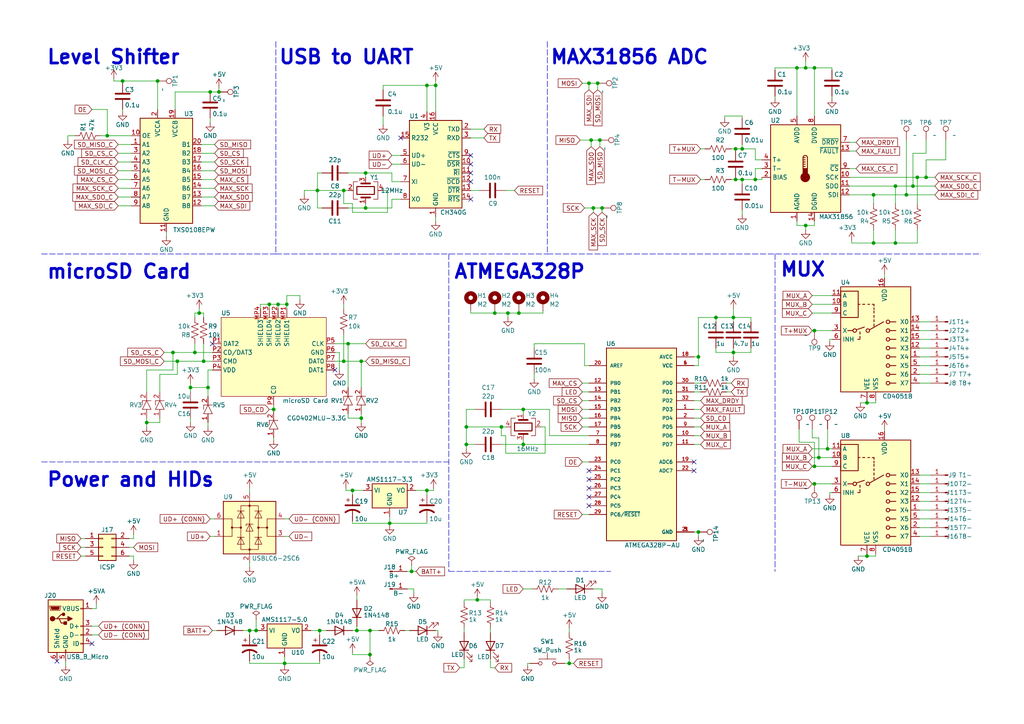
<source format=kicad_sch>
(kicad_sch (version 20230121) (generator eeschema)
  (paper "A4")
  (title_block (title "Temperature Thing With Thermocouple") (comment 2 "for DRDO and RIT.") (comment 3 "using Multiplexers and Thermocouples designed") (comment 4 "A Platform for Measuring Body Temperature"))
  (lib_symbols
    (symbol "ATMEGA328P-AU:ATMEGA328P-AU" (pin_names (offset 1.016))
      (property "Reference" "U" (at -10.1755 29.2546 0))
      (property "Value" "ATMEGA328P-AU" (at -10.1669 -31.7714 0))
      (symbol "ATMEGA328P-AU_0_0"
        (pin bidirectional line (at 15.24 10.16 180) (length 5.08) (name "PD3") (number "1"))
        (pin bidirectional line (at 15.24 2.54 180) (length 5.08) (name "PD6") (number "10"))
        (pin bidirectional line (at 15.24 0 180) (length 5.08) (name "PD7") (number "11"))
        (pin bidirectional line (at -15.24 17.78 0) (length 5.08) (name "PB0") (number "12"))
        (pin bidirectional line (at -15.24 15.24 0) (length 5.08) (name "PB1") (number "13"))
        (pin bidirectional line (at -15.24 12.7 0) (length 5.08) (name "PB2") (number "14"))
        (pin bidirectional line (at -15.24 10.16 0) (length 5.08) (name "PB3") (number "15"))
        (pin bidirectional line (at -15.24 7.62 0) (length 5.08) (name "PB4") (number "16"))
        (pin bidirectional line (at -15.24 5.08 0) (length 5.08) (name "PB5") (number "17"))
        (pin power_in line (at 15.24 25.4 180) (length 5.08) (name "AVCC") (number "18"))
        (pin bidirectional line (at 15.24 -5.08 180) (length 5.08) (name "ADC6") (number "19"))
        (pin bidirectional line (at 15.24 7.62 180) (length 5.08) (name "PD4") (number "2"))
        (pin input line (at -15.24 22.86 0) (length 5.08) (name "AREF") (number "20"))
        (pin power_in line (at 15.24 -25.4 180) (length 5.08) (name "GND") (number "21"))
        (pin bidirectional line (at 15.24 -7.62 180) (length 5.08) (name "ADC7") (number "22"))
        (pin bidirectional line (at -15.24 -5.08 0) (length 5.08) (name "PC0") (number "23"))
        (pin bidirectional line (at -15.24 -7.62 0) (length 5.08) (name "PC1") (number "24"))
        (pin bidirectional line (at -15.24 -10.16 0) (length 5.08) (name "PC2") (number "25"))
        (pin bidirectional line (at -15.24 -12.7 0) (length 5.08) (name "PC3") (number "26"))
        (pin bidirectional line (at -15.24 -15.24 0) (length 5.08) (name "PC4") (number "27"))
        (pin bidirectional line (at -15.24 -17.78 0) (length 5.08) (name "PC5") (number "28"))
        (pin bidirectional line (at -15.24 -20.32 0) (length 5.08) (name "PC6/~{RESET}") (number "29"))
        (pin power_in line (at 15.24 -25.4 180) (length 5.08) (name "GND") (number "3"))
        (pin bidirectional line (at 15.24 17.78 180) (length 5.08) (name "PD0") (number "30"))
        (pin bidirectional line (at 15.24 15.24 180) (length 5.08) (name "PD1") (number "31"))
        (pin bidirectional line (at 15.24 12.7 180) (length 5.08) (name "PD2") (number "32"))
        (pin power_in line (at 15.24 22.86 180) (length 5.08) (name "VCC") (number "4"))
        (pin power_in line (at 15.24 -25.4 180) (length 5.08) (name "GND") (number "5"))
        (pin power_in line (at 15.24 22.86 180) (length 5.08) (name "VCC") (number "6"))
        (pin bidirectional line (at -15.24 2.54 0) (length 5.08) (name "PB6") (number "7"))
        (pin bidirectional line (at -15.24 0 0) (length 5.08) (name "PB7") (number "8"))
        (pin bidirectional line (at 15.24 5.08 180) (length 5.08) (name "PD5") (number "9"))
      )
    )
    (symbol "Analog_Switch:CD4051B"
      (property "Reference" "U" (at -10.16 16.51 0))
      (property "Value" "CD4051B" (at 3.81 16.51 0))
      (symbol "CD4051B_1_1"
        (pin bidirectional line (at 12.7 -5.08 180) (length 2.54) (name "X4") (number "1"))
        (pin input line (at -12.7 10.16 0) (length 2.54) (name "B") (number "10"))
        (pin input line (at -12.7 12.7 0) (length 2.54) (name "A") (number "11"))
        (pin bidirectional line (at 12.7 -2.54 180) (length 2.54) (name "X3") (number "12"))
        (pin bidirectional line (at 12.7 5.08 180) (length 2.54) (name "X0") (number "13"))
        (pin bidirectional line (at 12.7 2.54 180) (length 2.54) (name "X1") (number "14"))
        (pin bidirectional line (at 12.7 0 180) (length 2.54) (name "X2") (number "15"))
        (pin power_in line (at 2.54 17.78 270) (length 2.54) (name "VDD") (number "16"))
        (pin bidirectional line (at 12.7 -10.16 180) (length 2.54) (name "X6") (number "2"))
        (pin bidirectional line (at -12.7 2.54 0) (length 2.54) (name "X") (number "3"))
        (pin bidirectional line (at 12.7 -12.7 180) (length 2.54) (name "X7") (number "4"))
        (pin bidirectional line (at 12.7 -7.62 180) (length 2.54) (name "X5") (number "5"))
        (pin input line (at -12.7 0 0) (length 2.54) (name "INH") (number "6"))
        (pin power_in line (at -2.54 -17.78 90) (length 2.54) (name "VEE") (number "7"))
        (pin power_in line (at 0 -17.78 90) (length 2.54) (name "VSS") (number "8"))
        (pin input line (at -12.7 7.62 0) (length 2.54) (name "C") (number "9"))
      )
    )
    (symbol "CG402MLU-3_3G:CG0402MLU-3.3G" (pin_names hide)
      (property "Reference" "RV" (at -1.27 3.81 0))
      (property "Value" "CG0402MLU-3.3G" (at -2.54 -1.27 0))
      (symbol "CG0402MLU-3.3G_1_1"
        (pin passive line (at -3.81 0 0) (length 2.54) (name "1") (number "1"))
        (pin passive line (at 3.81 0 180) (length 2.54) (name "2") (number "2"))
      )
    )
    (symbol "Connector:Conn_01x01_Pin" (pin_names (offset 1.016) hide)
      (property "Reference" "J" (at 0 2.54 0))
      (property "Value" "Conn_01x01_Pin" (at 0 -2.54 0))
      (symbol "Conn_01x01_Pin_1_1"
        (pin passive line (at 5.08 0 180) (length 3.81) (name "Pin_1") (number "1"))
      )
    )
    (symbol "Connector:TestPoint" (pin_numbers hide) (pin_names (offset 0.762) hide)
      (property "Reference" "TP" (at 0 6.858 0))
      (property "Value" "TestPoint" (at 0 5.08 0))
      (symbol "TestPoint_1_1"
        (pin passive line (at 0 0 90) (length 2.54) (name "1") (number "1"))
      )
    )
    (symbol "Connector:USB_B_Micro" (pin_names (offset 1.016))
      (property "Reference" "J" (at -5.08 11.43 0))
      (property "Value" "USB_B_Micro" (at -5.08 8.89 0))
      (symbol "USB_B_Micro_1_1"
        (pin power_out line (at 7.62 5.08 180) (length 2.54) (name "VBUS") (number "1"))
        (pin bidirectional line (at 7.62 -2.54 180) (length 2.54) (name "D-") (number "2"))
        (pin bidirectional line (at 7.62 0 180) (length 2.54) (name "D+") (number "3"))
        (pin passive line (at 7.62 -5.08 180) (length 2.54) (name "ID") (number "4"))
        (pin power_out line (at 0 -10.16 90) (length 2.54) (name "GND") (number "5"))
        (pin passive line (at -2.54 -10.16 90) (length 2.54) (name "Shield") (number "6"))
      )
    )
    (symbol "Connector_Generic:Conn_02x03_Odd_Even" (pin_names (offset 1.016) hide)
      (property "Reference" "J" (at 1.27 5.08 0))
      (property "Value" "Conn_02x03_Odd_Even" (at 1.27 -5.08 0))
      (symbol "Conn_02x03_Odd_Even_1_1"
        (pin passive line (at -5.08 2.54 0) (length 3.81) (name "Pin_1") (number "1"))
        (pin passive line (at 7.62 2.54 180) (length 3.81) (name "Pin_2") (number "2"))
        (pin passive line (at -5.08 0 0) (length 3.81) (name "Pin_3") (number "3"))
        (pin passive line (at 7.62 0 180) (length 3.81) (name "Pin_4") (number "4"))
        (pin passive line (at -5.08 -2.54 0) (length 3.81) (name "Pin_5") (number "5"))
        (pin passive line (at 7.62 -2.54 180) (length 3.81) (name "Pin_6") (number "6"))
      )
    )
    (symbol "Device:C" (pin_numbers hide) (pin_names (offset 0.254))
      (property "Reference" "C" (at 0.635 2.54 0))
      (property "Value" "C" (at 0.635 -2.54 0))
      (symbol "C_1_1"
        (pin passive line (at 0 3.81 270) (length 2.794) (name "~") (number "1"))
        (pin passive line (at 0 -3.81 90) (length 2.794) (name "~") (number "2"))
      )
    )
    (symbol "Device:C_Polarized_US" (pin_numbers hide) (pin_names (offset 0.254) hide)
      (property "Reference" "C" (at 0.635 2.54 0))
      (property "Value" "C_Polarized_US" (at 0.635 -2.54 0))
      (symbol "C_Polarized_US_1_1"
        (pin passive line (at 0 3.81 270) (length 2.794) (name "~") (number "1"))
        (pin passive line (at 0 -3.81 90) (length 3.302) (name "~") (number "2"))
      )
    )
    (symbol "Device:Crystal_GND24" (pin_names (offset 1.016) hide)
      (property "Reference" "Y" (at 3.175 5.08 0))
      (property "Value" "Crystal_GND24" (at 3.175 3.175 0))
      (symbol "Crystal_GND24_1_1"
        (pin passive line (at -3.81 0 0) (length 1.27) (name "1") (number "1"))
        (pin passive line (at 0 5.08 270) (length 1.27) (name "2") (number "2"))
        (pin passive line (at 3.81 0 180) (length 1.27) (name "3") (number "3"))
        (pin passive line (at 0 -5.08 90) (length 1.27) (name "4") (number "4"))
      )
    )
    (symbol "Device:LED" (pin_numbers hide) (pin_names (offset 1.016) hide)
      (property "Reference" "D" (at 0 2.54 0))
      (property "Value" "LED" (at 0 -2.54 0))
      (symbol "LED_1_1"
        (pin passive line (at -3.81 0 0) (length 2.54) (name "K") (number "1"))
        (pin passive line (at 3.81 0 180) (length 2.54) (name "A") (number "2"))
      )
    )
    (symbol "Device:R_US" (pin_numbers hide) (pin_names (offset 0))
      (property "Reference" "R" (at 2.54 0 90))
      (property "Value" "R_US" (at -2.54 0 90))
      (symbol "R_US_1_1"
        (pin passive line (at 0 3.81 270) (length 1.27) (name "~") (number "1"))
        (pin passive line (at 0 -3.81 90) (length 1.27) (name "~") (number "2"))
      )
    )
    (symbol "Diode:1N4148" (pin_numbers hide) (pin_names hide)
      (property "Reference" "D" (at 0 2.54 0))
      (property "Value" "1N4148" (at 0 -2.54 0))
      (symbol "1N4148_1_1"
        (pin passive line (at -3.81 0 0) (length 2.54) (name "K") (number "1"))
        (pin passive line (at 3.81 0 180) (length 2.54) (name "A") (number "2"))
      )
    )
    (symbol "GCT-MICROSD-HOLDER:GCT-MICROSD-HOLDER"
      (property "Reference" "U" (at -13.97 12.7 0))
      (property "Value" "microSD Card Holder (Push-Push)" (at 17.78 -12.7 0))
      (symbol "GCT-MICROSD-HOLDER_1_1"
        (pin input line (at 3.81 13.97 270) (length 2.54) (name "SHIELD1") (number "MP1"))
        (pin input line (at 1.27 13.97 270) (length 2.54) (name "SHIELD2") (number "MP2"))
        (pin input line (at -1.27 13.97 270) (length 2.54) (name "SHIELD4") (number "MP3"))
        (pin input line (at -3.81 13.97 270) (length 2.54) (name "SHIELD3") (number "MP4"))
        (pin bidirectional line (at -17.78 3.81 0) (length 2.54) (name "DAT2") (number "P1"))
        (pin bidirectional line (at -17.78 1.27 0) (length 2.54) (name "CD/DAT3") (number "P2"))
        (pin input line (at -17.78 -1.27 0) (length 2.54) (name "CMD") (number "P3"))
        (pin input line (at -17.78 -3.81 0) (length 2.54) (name "VDD") (number "P4"))
        (pin input line (at 17.78 3.81 180) (length 2.54) (name "CLK") (number "P5"))
        (pin input line (at 17.78 1.27 180) (length 2.54) (name "GND") (number "P6"))
        (pin bidirectional line (at 17.78 -1.27 180) (length 2.54) (name "DAT0") (number "P7"))
        (pin bidirectional line (at 17.78 -3.81 180) (length 2.54) (name "DAT1") (number "P8"))
        (pin input line (at 0 -13.97 90) (length 2.54) (name "CD") (number "P9"))
      )
    )
    (symbol "Interface_USB:CH340G"
      (property "Reference" "U" (at -5.08 13.97 0))
      (property "Value" "CH340G" (at 1.27 13.97 0))
      (symbol "CH340G_1_1"
        (pin power_in line (at 0 -15.24 90) (length 2.54) (name "GND") (number "1"))
        (pin input line (at 10.16 0 180) (length 2.54) (name "~{DSR}") (number "10"))
        (pin input line (at 10.16 -2.54 180) (length 2.54) (name "~{RI}") (number "11"))
        (pin input line (at 10.16 -5.08 180) (length 2.54) (name "~{DCD}") (number "12"))
        (pin output line (at 10.16 -7.62 180) (length 2.54) (name "~{DTR}") (number "13"))
        (pin output line (at 10.16 -10.16 180) (length 2.54) (name "~{RTS}") (number "14"))
        (pin input line (at -10.16 7.62 0) (length 2.54) (name "R232") (number "15"))
        (pin power_in line (at 0 15.24 270) (length 2.54) (name "VCC") (number "16"))
        (pin output line (at 10.16 10.16 180) (length 2.54) (name "TXD") (number "2"))
        (pin input line (at 10.16 7.62 180) (length 2.54) (name "RXD") (number "3"))
        (pin passive line (at -2.54 15.24 270) (length 2.54) (name "V3") (number "4"))
        (pin bidirectional line (at -10.16 2.54 0) (length 2.54) (name "UD+") (number "5"))
        (pin bidirectional line (at -10.16 0 0) (length 2.54) (name "UD-") (number "6"))
        (pin input line (at -10.16 -5.08 0) (length 2.54) (name "XI") (number "7"))
        (pin output line (at -10.16 -10.16 0) (length 2.54) (name "XO") (number "8"))
        (pin input line (at 10.16 2.54 180) (length 2.54) (name "~{CTS}") (number "9"))
      )
    )
    (symbol "Logic_LevelTranslator:TXS0108EPW"
      (property "Reference" "U" (at -6.35 16.51 0))
      (property "Value" "TXS0108EPW" (at 3.81 16.51 0))
      (symbol "TXS0108EPW_1_1"
        (pin bidirectional line (at -10.16 7.62 0) (length 2.54) (name "A1") (number "1"))
        (pin input line (at -10.16 10.16 0) (length 2.54) (name "OE") (number "10"))
        (pin power_in line (at 0 -17.78 90) (length 2.54) (name "GND") (number "11"))
        (pin bidirectional line (at 10.16 -10.16 180) (length 2.54) (name "B8") (number "12"))
        (pin bidirectional line (at 10.16 -7.62 180) (length 2.54) (name "B7") (number "13"))
        (pin bidirectional line (at 10.16 -5.08 180) (length 2.54) (name "B6") (number "14"))
        (pin bidirectional line (at 10.16 -2.54 180) (length 2.54) (name "B5") (number "15"))
        (pin bidirectional line (at 10.16 0 180) (length 2.54) (name "B4") (number "16"))
        (pin bidirectional line (at 10.16 2.54 180) (length 2.54) (name "B3") (number "17"))
        (pin bidirectional line (at 10.16 5.08 180) (length 2.54) (name "B2") (number "18"))
        (pin power_in line (at 2.54 17.78 270) (length 2.54) (name "VCCB") (number "19"))
        (pin power_in line (at -2.54 17.78 270) (length 2.54) (name "VCCA") (number "2"))
        (pin bidirectional line (at 10.16 7.62 180) (length 2.54) (name "B1") (number "20"))
        (pin bidirectional line (at -10.16 5.08 0) (length 2.54) (name "A2") (number "3"))
        (pin bidirectional line (at -10.16 2.54 0) (length 2.54) (name "A3") (number "4"))
        (pin bidirectional line (at -10.16 0 0) (length 2.54) (name "A4") (number "5"))
        (pin bidirectional line (at -10.16 -2.54 0) (length 2.54) (name "A5") (number "6"))
        (pin bidirectional line (at -10.16 -5.08 0) (length 2.54) (name "A6") (number "7"))
        (pin bidirectional line (at -10.16 -7.62 0) (length 2.54) (name "A7") (number "8"))
        (pin bidirectional line (at -10.16 -10.16 0) (length 2.54) (name "A8") (number "9"))
      )
    )
    (symbol "Mechanical:MountingHole_Pad" (pin_numbers hide) (pin_names (offset 1.016) hide)
      (property "Reference" "H" (at 0 6.35 0))
      (property "Value" "MountingHole_Pad" (at 0 4.445 0))
      (symbol "MountingHole_Pad_1_1"
        (pin input line (at 0 -2.54 90) (length 2.54) (name "1") (number "1"))
      )
    )
    (symbol "Power_Protection:USBLC6-2SC6" (pin_names hide)
      (property "Reference" "U" (at 2.54 8.89 0))
      (property "Value" "USBLC6-2SC6" (at 2.54 -8.89 0))
      (symbol "USBLC6-2SC6_1_1"
        (pin passive line (at -10.16 -2.54 0) (length 2.54) (name "I/O1") (number "1"))
        (pin passive line (at 0 -10.16 90) (length 2.54) (name "GND") (number "2"))
        (pin passive line (at 10.16 -2.54 180) (length 2.54) (name "I/O2") (number "3"))
        (pin passive line (at 10.16 2.54 180) (length 2.54) (name "I/O2") (number "4"))
        (pin passive line (at 0 10.16 270) (length 2.54) (name "VBUS") (number "5"))
        (pin passive line (at -10.16 2.54 0) (length 2.54) (name "I/O1") (number "6"))
      )
    )
    (symbol "Regulator_Linear:AMS1117-3.3"
      (property "Reference" "U" (at -3.81 3.175 0))
      (property "Value" "AMS1117-3.3" (at 0 3.175 0))
      (symbol "AMS1117-3.3_1_1"
        (pin power_in line (at 0 -7.62 90) (length 2.54) (name "GND") (number "1"))
        (pin power_out line (at 7.62 0 180) (length 2.54) (name "VO") (number "2"))
        (pin power_in line (at -7.62 0 0) (length 2.54) (name "VI") (number "3"))
      )
    )
    (symbol "Regulator_Linear:AMS1117-5.0"
      (property "Reference" "U" (at -3.81 3.175 0))
      (property "Value" "AMS1117-5.0" (at 0 3.175 0))
      (symbol "AMS1117-5.0_1_1"
        (pin power_in line (at 0 -7.62 90) (length 2.54) (name "GND") (number "1"))
        (pin power_out line (at 7.62 0 180) (length 2.54) (name "VO") (number "2"))
        (pin power_in line (at -7.62 0 0) (length 2.54) (name "VI") (number "3"))
      )
    )
    (symbol "Sensor_Temperature:MAX31856"
      (property "Reference" "U" (at -7.62 13.97 0))
      (property "Value" "MAX31856" (at 13.97 13.97 0))
      (symbol "MAX31856_1_1"
        (pin power_in line (at -2.54 -15.24 90) (length 2.54) (name "AGND") (number "1"))
        (pin input line (at 12.7 -2.54 180) (length 2.54) (name "SCK") (number "10"))
        (pin output line (at 12.7 -5.08 180) (length 2.54) (name "SDO") (number "11"))
        (pin input line (at 12.7 -7.62 180) (length 2.54) (name "SDI") (number "12"))
        (pin output line (at 12.7 5.08 180) (length 2.54) (name "~{FAULT}") (number "13"))
        (pin power_in line (at 2.54 -15.24 90) (length 2.54) (name "DGND") (number "14"))
        (pin input line (at -12.7 -2.54 0) (length 2.54) (name "BIAS") (number "2"))
        (pin input line (at -12.7 0 0) (length 2.54) (name "T-") (number "3"))
        (pin input line (at -12.7 2.54 0) (length 2.54) (name "T+") (number "4"))
        (pin power_in line (at -2.54 15.24 270) (length 2.54) (name "AVDD") (number "5"))
        (pin no_connect line (at -10.16 -7.62 0) (length 2.54) hide (name "DNC") (number "6"))
        (pin output line (at 12.7 7.62 180) (length 2.54) (name "~{DRDY}") (number "7"))
        (pin power_in line (at 2.54 15.24 270) (length 2.54) (name "DVDD") (number "8"))
        (pin input line (at 12.7 0 180) (length 2.54) (name "~{CS}") (number "9"))
      )
    )
    (symbol "Switch:SW_Push" (pin_numbers hide) (pin_names (offset 1.016) hide)
      (property "Reference" "SW" (at 1.27 2.54 0))
      (property "Value" "SW_Push" (at 0 -1.524 0))
      (symbol "SW_Push_0_1"
        (pin passive line (at -5.08 0 0) (length 2.54) (name "1") (number "1"))
        (pin passive line (at 5.08 0 180) (length 2.54) (name "2") (number "2"))
      )
    )
    (symbol "power:+3V3" (power) (pin_names (offset 0))
      (property "Value" "+3V3" (at 0 3.556 0))
      (symbol "+3V3_1_1"
        (pin power_in line (at 0 0 90) (length 0) hide (name "+3V3") (number "1"))
      )
    )
    (symbol "power:+5V" (power) (pin_names (offset 0))
      (property "Value" "+5V" (at 0 3.556 0))
      (symbol "+5V_1_1"
        (pin power_in line (at 0 0 90) (length 0) hide (name "+5V") (number "1"))
      )
    )
    (symbol "power:+5VA" (power) (pin_names (offset 0))
      (property "Value" "+5VA" (at 0 3.556 0))
      (symbol "+5VA_1_1"
        (pin power_in line (at 0 0 90) (length 0) hide (name "+5VA") (number "1"))
      )
    )
    (symbol "power:GND" (power) (pin_names (offset 0))
      (property "Value" "GND" (at 0 -3.81 0))
      (symbol "GND_1_1"
        (pin power_in line (at 0 0 270) (length 0) hide (name "GND") (number "1"))
      )
    )
    (symbol "power:PWR_FLAG" (power) (pin_numbers hide) (pin_names (offset 0) hide)
      (property "Value" "PWR_FLAG" (at 0 3.81 0))
      (symbol "PWR_FLAG_0_0"
        (pin power_out line (at 0 0 90) (length 0) (name "pwr") (number "1"))
      )
    )
  )
  (junction (at 173.355 24.13))
  (junction (at 266.065 51.435))
  (junction (at 63.5 26.67))
  (junction (at 207.645 92.075))
  (junction (at 99.695 104.775))
  (junction (at 202.565 103.505))
  (junction (at 262.89 56.515))
  (junction (at 233.68 19.685))
  (junction (at 251.46 116.84))
  (junction (at 143.51 90.805))
  (junction (at 51.435 104.775))
  (junction (at 174.625 60.325))
  (junction (at 173.99 40.64))
  (junction (at 259.715 53.975))
  (junction (at 170.815 24.13))
  (junction (at 213.36 52.07))
  (junction (at 236.22 140.335))
  (junction (at 236.22 135.255))
  (junction (at 202.565 154.305))
  (junction (at 135.255 128.905))
  (junction (at 50.165 102.235))
  (junction (at 138.43 173.99))
  (junction (at 236.22 95.885))
  (junction (at 215.265 52.07))
  (junction (at 212.725 102.235))
  (junction (at 74.295 182.88))
  (junction (at 264.795 53.975))
  (junction (at 102.235 142.24))
  (junction (at 35.56 23.495))
  (junction (at 59.055 104.775))
  (junction (at 83.185 88.265))
  (junction (at 100.965 99.695))
  (junction (at 126.365 24.765))
  (junction (at 240.03 130.175))
  (junction (at 106.045 60.325))
  (junction (at 78.105 88.265))
  (junction (at 92.075 55.245))
  (junction (at 253.365 56.515))
  (junction (at 72.39 182.88))
  (junction (at 31.115 39.37))
  (junction (at 237.49 132.715))
  (junction (at 119.38 165.735))
  (junction (at 104.775 121.285))
  (junction (at 60.325 112.395))
  (junction (at 55.245 112.395))
  (junction (at 103.505 182.88))
  (junction (at 104.775 104.775))
  (junction (at 107.315 189.865))
  (junction (at 150.495 90.805))
  (junction (at 215.265 43.18))
  (junction (at 92.71 182.88))
  (junction (at 251.46 161.29))
  (junction (at 113.03 151.765))
  (junction (at 106.045 50.165))
  (junction (at 165.1 192.405))
  (junction (at 107.315 182.88))
  (junction (at 213.36 43.18))
  (junction (at 236.22 19.685))
  (junction (at 172.085 60.325))
  (junction (at 45.72 23.495))
  (junction (at 212.725 92.075))
  (junction (at 145.415 123.825))
  (junction (at 60.96 26.67))
  (junction (at 253.365 70.485))
  (junction (at 147.32 90.805))
  (junction (at 171.45 40.64))
  (junction (at 99.695 55.245))
  (junction (at 135.255 123.825))
  (junction (at 79.375 118.745))
  (junction (at 123.825 142.24))
  (junction (at 57.785 90.805))
  (junction (at 82.55 192.405))
  (junction (at 123.825 24.765))
  (junction (at 259.715 70.485))
  (junction (at 80.645 88.265))
  (junction (at 233.68 65.405))
  (junction (at 42.545 122.555))
  (junction (at 56.515 102.235))
  (junction (at 151.765 128.905))
  (junction (at 231.14 19.685))
  (junction (at 219.075 52.07))
  (junction (at 151.765 118.745))
  (junction (at 268.605 51.435))
  (no_connect (at 170.815 136.525))
  (no_connect (at 170.815 146.685))
  (no_connect (at 136.525 47.625))
  (no_connect (at 116.205 40.005))
  (no_connect (at 97.155 107.315))
  (no_connect (at 26.67 186.69))
  (no_connect (at 136.525 57.785))
  (no_connect (at 201.295 136.525))
  (no_connect (at 61.595 99.695))
  (no_connect (at 170.815 141.605))
  (no_connect (at 136.525 52.705))
  (no_connect (at 136.525 45.085))
  (no_connect (at 16.51 191.77))
  (no_connect (at 170.815 144.145))
  (no_connect (at 170.815 139.065))
  (no_connect (at 136.525 50.165))
  (no_connect (at 201.295 133.985))
  (wire (pts (xy 102.235 151.765) (xy 113.03 151.765)))
  (wire (pts (xy 171.45 40.64) (xy 171.45 42.545)))
  (wire (pts (xy 143.51 90.805) (xy 147.32 90.805)))
  (wire (pts (xy 264.795 44.45) (xy 268.605 44.45)))
  (wire (pts (xy 134.62 191.135) (xy 134.62 193.675)))
  (wire (pts (xy 113.665 47.625) (xy 116.205 47.625)))
  (wire (pts (xy 266.7 150.495) (xy 269.875 150.495)))
  (wire (pts (xy 120.015 170.815) (xy 120.015 172.085)))
  (wire (pts (xy 83.185 89.535) (xy 83.185 88.265)))
  (wire (pts (xy 215.265 43.18) (xy 213.36 43.18)))
  (wire (pts (xy 135.255 118.745) (xy 135.255 123.825)))
  (wire (pts (xy 138.43 173.99) (xy 142.24 173.99)))
  (wire (pts (xy 150.495 90.17) (xy 150.495 90.805)))
  (wire (pts (xy 231.14 19.685) (xy 233.68 19.685)))
  (wire (pts (xy 231.14 65.405) (xy 233.68 65.405)))
  (wire (pts (xy 172.085 170.815) (xy 174.625 170.815)))
  (wire (pts (xy 58.42 46.99) (xy 62.23 46.99)))
  (wire (pts (xy 37.465 158.75) (xy 38.735 158.75)))
  (wire (pts (xy 153.035 192.405) (xy 153.67 192.405)))
  (wire (pts (xy 201.295 113.665) (xy 203.2 113.665)))
  (wire (pts (xy 136.525 90.17) (xy 136.525 90.805)))
  (wire (pts (xy 104.775 120.015) (xy 104.775 121.285)))
  (wire (pts (xy 106.045 60.325) (xy 106.045 59.055)))
  (wire (pts (xy 100.965 120.015) (xy 100.965 121.285)))
  (wire (pts (xy 246.38 48.895) (xy 248.285 48.895)))
  (wire (pts (xy 154.94 99.695) (xy 169.545 99.695)))
  (wire (pts (xy 99.695 88.265) (xy 99.695 89.535)))
  (wire (pts (xy 146.685 131.445) (xy 146.685 126.365)))
  (wire (pts (xy 55.245 121.285) (xy 55.245 122.555)))
  (wire (pts (xy 215.265 52.07) (xy 219.075 52.07)))
  (wire (pts (xy 23.495 161.29) (xy 24.765 161.29)))
  (wire (pts (xy 27.94 175.26) (xy 27.94 176.53)))
  (wire (pts (xy 247.015 70.485) (xy 247.015 69.85)))
  (wire (pts (xy 203.2 52.07) (xy 204.47 52.07)))
  (wire (pts (xy 80.645 88.265) (xy 78.105 88.265)))
  (wire (pts (xy 56.515 99.695) (xy 56.515 102.235)))
  (wire (pts (xy 82.55 190.5) (xy 82.55 192.405)))
  (wire (pts (xy 29.21 39.37) (xy 31.115 39.37)))
  (wire (pts (xy 210.82 111.125) (xy 212.09 111.125)))
  (wire (pts (xy 99.695 59.055) (xy 99.695 55.245)))
  (wire (pts (xy 34.29 41.91) (xy 38.1 41.91)))
  (wire (pts (xy 142.24 174.625) (xy 142.24 173.99)))
  (wire (pts (xy 236.22 19.685) (xy 241.3 19.685)))
  (wire (pts (xy 46.355 108.585) (xy 46.355 113.665)))
  (wire (pts (xy 90.17 182.88) (xy 92.71 182.88)))
  (wire (pts (xy 150.495 90.805) (xy 157.48 90.805)))
  (wire (pts (xy 266.7 93.345) (xy 269.875 93.345)))
  (wire (pts (xy 266.065 51.435) (xy 266.065 59.055)))
  (wire (pts (xy 19.685 39.37) (xy 19.685 40.64)))
  (wire (pts (xy 34.29 44.45) (xy 38.1 44.45)))
  (wire (pts (xy 58.42 52.07) (xy 62.23 52.07)))
  (wire (pts (xy 212.725 89.535) (xy 212.725 92.075)))
  (wire (pts (xy 50.165 102.235) (xy 56.515 102.235)))
  (wire (pts (xy 92.71 182.88) (xy 94.615 182.88)))
  (wire (pts (xy 224.79 20.32) (xy 224.79 19.685)))
  (wire (pts (xy 136.525 90.805) (xy 143.51 90.805)))
  (wire (pts (xy 201.295 128.905) (xy 203.2 128.905)))
  (wire (pts (xy 202.565 154.305) (xy 202.565 155.575)))
  (wire (pts (xy 112.395 55.245) (xy 112.395 61.595)))
  (wire (pts (xy 31.115 39.37) (xy 38.1 39.37)))
  (wire (pts (xy 116.205 57.785) (xy 113.665 57.785)))
  (wire (pts (xy 253.365 66.675) (xy 253.365 70.485)))
  (wire (pts (xy 231.14 19.685) (xy 231.14 33.655)))
  (wire (pts (xy 268.605 46.355) (xy 268.605 51.435)))
  (wire (pts (xy 92.075 50.165) (xy 92.075 55.245)))
  (wire (pts (xy 251.46 116.205) (xy 251.46 116.84)))
  (wire (pts (xy 172.085 60.325) (xy 174.625 60.325)))
  (wire (pts (xy 235.585 130.175) (xy 240.03 130.175)))
  (wire (pts (xy 133.35 193.675) (xy 134.62 193.675)))
  (wire (pts (xy 117.475 182.88) (xy 118.745 182.88)))
  (wire (pts (xy 113.03 151.765) (xy 123.825 151.765)))
  (wire (pts (xy 170.815 126.365) (xy 159.385 126.365)))
  (wire (pts (xy 246.38 43.815) (xy 248.285 43.815)))
  (wire (pts (xy 100.33 142.24) (xy 100.33 141.605)))
  (wire (pts (xy 55.245 112.395) (xy 60.325 112.395)))
  (polyline (pts (xy 80.01 12.065) (xy 80.01 73.66)) (stroke (width 0) (type dash)))
  (wire (pts (xy 168.91 111.125) (xy 170.815 111.125)))
  (wire (pts (xy 92.075 55.245) (xy 92.075 60.325)))
  (wire (pts (xy 79.375 118.745) (xy 79.375 119.38)))
  (wire (pts (xy 126.365 24.765) (xy 126.365 32.385)))
  (wire (pts (xy 60.325 122.555) (xy 60.325 123.825)))
  (wire (pts (xy 268.605 40.64) (xy 268.605 44.45)))
  (wire (pts (xy 23.495 156.21) (xy 24.765 156.21)))
  (wire (pts (xy 259.715 70.485) (xy 259.715 66.675)))
  (wire (pts (xy 100.965 99.695) (xy 106.045 99.695)))
  (wire (pts (xy 169.545 60.325) (xy 172.085 60.325)))
  (wire (pts (xy 174.625 170.815) (xy 174.625 172.085)))
  (wire (pts (xy 212.725 102.235) (xy 217.805 102.235)))
  (wire (pts (xy 240.665 143.51) (xy 240.665 142.875)))
  (wire (pts (xy 212.725 92.075) (xy 212.725 93.345)))
  (wire (pts (xy 100.965 99.695) (xy 100.965 112.395)))
  (wire (pts (xy 59.055 90.805) (xy 57.785 90.805)))
  (wire (pts (xy 201.295 154.305) (xy 202.565 154.305)))
  (wire (pts (xy 145.415 123.825) (xy 146.685 123.825)))
  (wire (pts (xy 35.56 23.495) (xy 35.56 24.13)))
  (wire (pts (xy 215.265 52.07) (xy 215.265 53.34)))
  (wire (pts (xy 168.91 116.205) (xy 170.815 116.205)))
  (wire (pts (xy 38.735 156.21) (xy 38.735 154.94)))
  (wire (pts (xy 154.94 99.695) (xy 154.94 100.965)))
  (wire (pts (xy 123.825 142.24) (xy 123.825 143.51)))
  (wire (pts (xy 34.29 54.61) (xy 38.1 54.61)))
  (wire (pts (xy 123.825 24.765) (xy 126.365 24.765)))
  (wire (pts (xy 50.8 26.67) (xy 50.8 31.75)))
  (wire (pts (xy 82.55 192.405) (xy 92.71 192.405)))
  (wire (pts (xy 254 116.205) (xy 254 116.84)))
  (wire (pts (xy 233.68 19.685) (xy 236.22 19.685)))
  (wire (pts (xy 240.03 130.175) (xy 241.3 130.175)))
  (wire (pts (xy 151.765 128.905) (xy 170.815 128.905)))
  (wire (pts (xy 113.03 151.765) (xy 113.03 152.4)))
  (wire (pts (xy 241.3 27.94) (xy 241.3 28.575)))
  (wire (pts (xy 134.62 182.245) (xy 134.62 183.515)))
  (wire (pts (xy 212.725 92.075) (xy 217.805 92.075)))
  (wire (pts (xy 266.7 137.795) (xy 269.875 137.795)))
  (wire (pts (xy 58.42 57.15) (xy 62.23 57.15)))
  (wire (pts (xy 135.255 128.905) (xy 135.255 130.175)))
  (wire (pts (xy 213.36 43.18) (xy 213.36 43.815)))
  (wire (pts (xy 23.495 158.75) (xy 24.765 158.75)))
  (wire (pts (xy 113.665 57.785) (xy 113.665 60.325)))
  (wire (pts (xy 168.91 118.745) (xy 170.815 118.745)))
  (wire (pts (xy 251.46 116.84) (xy 254 116.84)))
  (polyline (pts (xy 12.065 73.66) (xy 80.01 73.66)) (stroke (width 0) (type dash)))
  (wire (pts (xy 79.375 127) (xy 79.375 127.635)))
  (wire (pts (xy 119.38 165.735) (xy 120.65 165.735)))
  (wire (pts (xy 236.22 19.685) (xy 236.22 33.655)))
  (wire (pts (xy 201.295 116.205) (xy 203.2 116.205)))
  (wire (pts (xy 266.7 98.425) (xy 269.875 98.425)))
  (wire (pts (xy 153.035 193.04) (xy 153.035 192.405)))
  (wire (pts (xy 202.565 103.505) (xy 202.565 92.075)))
  (wire (pts (xy 106.045 51.435) (xy 106.045 50.165)))
  (wire (pts (xy 60.325 114.935) (xy 60.325 112.395)))
  (wire (pts (xy 168.91 121.285) (xy 170.815 121.285)))
  (wire (pts (xy 266.065 51.435) (xy 268.605 51.435)))
  (wire (pts (xy 27.94 176.53) (xy 26.67 176.53)))
  (wire (pts (xy 135.255 128.905) (xy 137.795 128.905)))
  (wire (pts (xy 125.73 141.605) (xy 125.73 142.24)))
  (wire (pts (xy 201.295 103.505) (xy 202.565 103.505)))
  (wire (pts (xy 97.155 99.695) (xy 100.965 99.695)))
  (wire (pts (xy 262.89 56.515) (xy 271.145 56.515)))
  (wire (pts (xy 46.355 121.285) (xy 46.355 122.555)))
  (wire (pts (xy 215.265 33.655) (xy 210.185 33.655)))
  (wire (pts (xy 201.295 126.365) (xy 203.2 126.365)))
  (wire (pts (xy 201.295 121.285) (xy 203.2 121.285)))
  (wire (pts (xy 26.67 184.15) (xy 28.575 184.15)))
  (polyline (pts (xy 12.065 133.985) (xy 130.175 133.985)) (stroke (width 0) (type dash)))
  (wire (pts (xy 147.32 90.805) (xy 147.32 92.075)))
  (wire (pts (xy 99.695 104.775) (xy 104.775 104.775)))
  (wire (pts (xy 253.365 59.055) (xy 253.365 56.515)))
  (wire (pts (xy 203.2 43.18) (xy 204.47 43.18)))
  (wire (pts (xy 246.38 53.975) (xy 259.715 53.975)))
  (wire (pts (xy 215.265 34.29) (xy 215.265 33.655)))
  (wire (pts (xy 37.465 156.21) (xy 38.735 156.21)))
  (wire (pts (xy 31.115 31.75) (xy 31.115 39.37)))
  (polyline (pts (xy 224.79 73.66) (xy 224.79 165.735)) (stroke (width 0) (type dash)))
  (wire (pts (xy 107.315 182.88) (xy 109.855 182.88)))
  (wire (pts (xy 217.805 102.235) (xy 217.805 100.965)))
  (wire (pts (xy 202.565 92.075) (xy 207.645 92.075)))
  (wire (pts (xy 173.99 42.545) (xy 173.99 40.64)))
  (wire (pts (xy 60.96 34.29) (xy 60.96 35.56)))
  (wire (pts (xy 113.665 50.165) (xy 113.665 52.705)))
  (wire (pts (xy 143.51 90.805) (xy 143.51 90.17)))
  (wire (pts (xy 100.965 121.285) (xy 104.775 121.285)))
  (wire (pts (xy 99.695 55.245) (xy 100.965 55.245)))
  (wire (pts (xy 159.385 118.745) (xy 151.765 118.745)))
  (wire (pts (xy 173.99 40.64) (xy 171.45 40.64)))
  (wire (pts (xy 157.48 90.17) (xy 157.48 90.805)))
  (wire (pts (xy 78.105 118.745) (xy 79.375 118.745)))
  (wire (pts (xy 266.7 142.875) (xy 269.875 142.875)))
  (wire (pts (xy 82.55 192.405) (xy 82.55 193.04)))
  (wire (pts (xy 72.39 163.195) (xy 72.39 164.465)))
  (wire (pts (xy 201.295 111.125) (xy 203.2 111.125)))
  (wire (pts (xy 137.795 118.745) (xy 135.255 118.745)))
  (wire (pts (xy 83.185 85.725) (xy 86.995 85.725)))
  (wire (pts (xy 266.7 147.955) (xy 269.875 147.955)))
  (wire (pts (xy 231.775 124.46) (xy 231.775 128.27)))
  (wire (pts (xy 220.98 51.435) (xy 220.98 52.07)))
  (wire (pts (xy 158.115 131.445) (xy 146.685 131.445)))
  (wire (pts (xy 26.67 181.61) (xy 28.575 181.61)))
  (wire (pts (xy 266.065 70.485) (xy 259.715 70.485)))
  (wire (pts (xy 236.22 95.885) (xy 241.3 95.885)))
  (wire (pts (xy 60.325 107.315) (xy 60.325 112.395)))
  (wire (pts (xy 79.375 118.745) (xy 79.375 117.475)))
  (wire (pts (xy 102.235 142.24) (xy 105.41 142.24)))
  (wire (pts (xy 98.425 102.235) (xy 98.425 107.315)))
  (wire (pts (xy 219.075 46.355) (xy 219.075 43.18)))
  (wire (pts (xy 134.62 173.99) (xy 138.43 173.99)))
  (wire (pts (xy 142.24 191.135) (xy 142.24 193.675)))
  (wire (pts (xy 82.55 150.495) (xy 83.82 150.495)))
  (wire (pts (xy 274.32 40.64) (xy 274.32 46.355)))
  (wire (pts (xy 163.83 192.405) (xy 165.1 192.405)))
  (wire (pts (xy 168.91 133.985) (xy 170.815 133.985)))
  (wire (pts (xy 236.22 65.405) (xy 236.22 64.135)))
  (wire (pts (xy 240.665 98.425) (xy 241.3 98.425)))
  (wire (pts (xy 126.365 182.88) (xy 127 182.88)))
  (wire (pts (xy 266.7 100.965) (xy 269.875 100.965)))
  (wire (pts (xy 72.39 192.405) (xy 82.55 192.405)))
  (wire (pts (xy 51.435 104.775) (xy 51.435 108.585)))
  (wire (pts (xy 127 182.88) (xy 127 183.515)))
  (wire (pts (xy 35.56 23.495) (xy 45.72 23.495)))
  (wire (pts (xy 266.7 95.885) (xy 269.875 95.885)))
  (wire (pts (xy 74.295 179.705) (xy 74.295 182.88)))
  (wire (pts (xy 92.075 60.325) (xy 93.345 60.325)))
  (wire (pts (xy 235.585 88.265) (xy 241.3 88.265)))
  (wire (pts (xy 58.42 49.53) (xy 62.23 49.53)))
  (wire (pts (xy 103.505 181.61) (xy 103.505 182.88)))
  (wire (pts (xy 123.825 142.24) (xy 125.73 142.24)))
  (wire (pts (xy 156.845 123.825) (xy 158.115 123.825)))
  (wire (pts (xy 215.265 41.91) (xy 215.265 43.18)))
  (wire (pts (xy 254 161.29) (xy 254 160.655)))
  (wire (pts (xy 136.525 55.245) (xy 139.065 55.245)))
  (wire (pts (xy 145.415 118.745) (xy 151.765 118.745)))
  (wire (pts (xy 168.91 24.13) (xy 170.815 24.13)))
  (wire (pts (xy 19.05 191.77) (xy 19.05 193.04)))
  (wire (pts (xy 248.92 161.29) (xy 251.46 161.29)))
  (wire (pts (xy 236.22 135.255) (xy 241.3 135.255)))
  (wire (pts (xy 102.235 143.51) (xy 102.235 142.24)))
  (wire (pts (xy 235.585 135.255) (xy 236.22 135.255)))
  (wire (pts (xy 233.68 17.78) (xy 233.68 19.685)))
  (wire (pts (xy 249.555 116.84) (xy 251.46 116.84)))
  (wire (pts (xy 266.065 66.675) (xy 266.065 70.485)))
  (wire (pts (xy 60.96 155.575) (xy 62.23 155.575)))
  (polyline (pts (xy 130.175 73.66) (xy 130.175 165.735)) (stroke (width 0) (type dash)))
  (wire (pts (xy 111.125 24.765) (xy 123.825 24.765)))
  (wire (pts (xy 113.665 45.085) (xy 116.205 45.085)))
  (wire (pts (xy 55.245 111.125) (xy 55.245 112.395)))
  (wire (pts (xy 151.765 170.815) (xy 154.305 170.815)))
  (wire (pts (xy 246.38 41.275) (xy 248.285 41.275)))
  (wire (pts (xy 219.075 46.355) (xy 220.98 46.355)))
  (wire (pts (xy 158.115 123.825) (xy 158.115 131.445)))
  (wire (pts (xy 233.68 65.405) (xy 233.68 66.675)))
  (wire (pts (xy 136.525 37.465) (xy 140.335 37.465)))
  (wire (pts (xy 168.91 113.665) (xy 170.815 113.665)))
  (wire (pts (xy 19.685 39.37) (xy 21.59 39.37)))
  (wire (pts (xy 126.365 23.495) (xy 126.365 24.765)))
  (wire (pts (xy 253.365 56.515) (xy 262.89 56.515)))
  (wire (pts (xy 104.775 104.775) (xy 106.045 104.775)))
  (wire (pts (xy 102.235 151.13) (xy 102.235 151.765)))
  (wire (pts (xy 213.36 52.07) (xy 215.265 52.07)))
  (wire (pts (xy 202.565 106.045) (xy 201.295 106.045)))
  (wire (pts (xy 268.605 51.435) (xy 271.145 51.435)))
  (polyline (pts (xy 130.175 165.735) (xy 177.165 165.735)) (stroke (width 0) (type dash)))
  (wire (pts (xy 34.29 52.07) (xy 38.1 52.07)))
  (wire (pts (xy 82.55 155.575) (xy 83.82 155.575)))
  (wire (pts (xy 262.89 40.64) (xy 262.89 56.515)))
  (wire (pts (xy 136.525 40.005) (xy 140.335 40.005)))
  (wire (pts (xy 151.765 120.015) (xy 151.765 118.745)))
  (wire (pts (xy 135.255 123.825) (xy 135.255 128.905)))
  (wire (pts (xy 126.365 62.865) (xy 126.365 64.135)))
  (wire (pts (xy 235.585 124.46) (xy 235.585 127)))
  (wire (pts (xy 266.7 103.505) (xy 269.875 103.505)))
  (wire (pts (xy 42.545 107.315) (xy 42.545 113.665)))
  (wire (pts (xy 103.505 172.72) (xy 103.505 173.99)))
  (polyline (pts (xy 158.75 12.065) (xy 158.75 73.66)) (stroke (width 0) (type dash)))
  (wire (pts (xy 207.645 93.345) (xy 207.645 92.075)))
  (wire (pts (xy 240.665 99.06) (xy 240.665 98.425)))
  (wire (pts (xy 60.96 150.495) (xy 62.23 150.495)))
  (wire (pts (xy 111.125 26.035) (xy 111.125 24.765)))
  (wire (pts (xy 170.815 24.13) (xy 170.815 26.035)))
  (wire (pts (xy 75.565 88.265) (xy 75.565 89.535)))
  (wire (pts (xy 102.235 61.595) (xy 102.235 59.055)))
  (wire (pts (xy 241.3 19.685) (xy 241.3 20.32)))
  (wire (pts (xy 236.22 140.335) (xy 241.3 140.335)))
  (wire (pts (xy 33.02 23.495) (xy 35.56 23.495)))
  (wire (pts (xy 134.62 174.625) (xy 134.62 173.99)))
  (wire (pts (xy 145.415 128.905) (xy 151.765 128.905)))
  (wire (pts (xy 212.09 43.18) (xy 213.36 43.18)))
  (wire (pts (xy 217.805 92.075) (xy 217.805 93.345)))
  (wire (pts (xy 103.505 182.88) (xy 107.315 182.88)))
  (wire (pts (xy 266.7 153.035) (xy 269.875 153.035)))
  (wire (pts (xy 26.67 31.75) (xy 31.115 31.75)))
  (wire (pts (xy 113.665 60.325) (xy 106.045 60.325)))
  (wire (pts (xy 72.39 182.88) (xy 74.295 182.88)))
  (wire (pts (xy 48.26 67.31) (xy 48.26 68.58)))
  (polyline (pts (xy 80.01 73.66) (xy 158.75 73.66)) (stroke (width 0) (type dash)))
  (wire (pts (xy 83.185 88.265) (xy 80.645 88.265)))
  (wire (pts (xy 63.5 25.4) (xy 63.5 26.67)))
  (wire (pts (xy 138.43 173.355) (xy 138.43 173.99)))
  (wire (pts (xy 51.435 104.775) (xy 59.055 104.775)))
  (wire (pts (xy 207.645 102.235) (xy 212.725 102.235)))
  (wire (pts (xy 93.345 50.165) (xy 92.075 50.165)))
  (wire (pts (xy 100.965 60.325) (xy 106.045 60.325)))
  (wire (pts (xy 61.595 182.88) (xy 62.865 182.88)))
  (wire (pts (xy 42.545 121.285) (xy 42.545 122.555)))
  (wire (pts (xy 74.295 182.88) (xy 74.93 182.88)))
  (wire (pts (xy 202.565 103.505) (xy 202.565 106.045)))
  (wire (pts (xy 237.49 132.715) (xy 241.3 132.715)))
  (wire (pts (xy 151.765 127.635) (xy 151.765 128.905)))
  (wire (pts (xy 146.685 55.245) (xy 149.225 55.245)))
  (wire (pts (xy 100.965 50.165) (xy 106.045 50.165)))
  (wire (pts (xy 55.245 112.395) (xy 55.245 113.665)))
  (wire (pts (xy 56.515 90.805) (xy 57.785 90.805)))
  (wire (pts (xy 72.39 184.15) (xy 72.39 182.88)))
  (wire (pts (xy 33.02 22.86) (xy 33.02 23.495)))
  (wire (pts (xy 253.365 70.485) (xy 259.715 70.485)))
  (wire (pts (xy 34.29 57.15) (xy 38.1 57.15)))
  (wire (pts (xy 256.54 79.375) (xy 256.54 80.645)))
  (wire (pts (xy 113.03 149.86) (xy 113.03 151.765)))
  (wire (pts (xy 169.545 106.045) (xy 169.545 99.695)))
  (wire (pts (xy 236.22 128.27) (xy 236.22 135.255)))
  (wire (pts (xy 266.7 106.045) (xy 269.875 106.045)))
  (wire (pts (xy 168.91 149.225) (xy 170.815 149.225)))
  (wire (pts (xy 45.72 23.495) (xy 45.72 31.75)))
  (wire (pts (xy 78.105 88.265) (xy 78.105 89.535)))
  (wire (pts (xy 212.725 102.235) (xy 212.725 100.965)))
  (wire (pts (xy 57.785 89.535) (xy 57.785 90.805)))
  (wire (pts (xy 72.39 191.77) (xy 72.39 192.405)))
  (wire (pts (xy 80.645 88.265) (xy 80.645 89.535)))
  (wire (pts (xy 264.795 44.45) (xy 264.795 53.975)))
  (wire (pts (xy 35.56 31.75) (xy 35.56 32.385)))
  (wire (pts (xy 154.94 108.585) (xy 154.94 109.855)))
  (wire (pts (xy 210.185 33.655) (xy 210.185 34.29)))
  (wire (pts (xy 102.235 182.88) (xy 103.505 182.88)))
  (wire (pts (xy 219.075 43.18) (xy 215.265 43.18)))
  (wire (pts (xy 50.8 26.67) (xy 60.96 26.67)))
  (wire (pts (xy 165.1 191.135) (xy 165.1 192.405)))
  (wire (pts (xy 159.385 126.365) (xy 159.385 118.745)))
  (wire (pts (xy 38.735 161.29) (xy 38.735 162.56)))
  (wire (pts (xy 266.7 145.415) (xy 269.875 145.415)))
  (wire (pts (xy 99.695 97.155) (xy 99.695 104.775)))
  (wire (pts (xy 266.7 140.335) (xy 269.875 140.335)))
  (wire (pts (xy 174.625 61.595) (xy 174.625 60.325)))
  (wire (pts (xy 264.795 53.975) (xy 271.145 53.975)))
  (wire (pts (xy 207.645 100.965) (xy 207.645 102.235)))
  (wire (pts (xy 34.29 59.69) (xy 38.1 59.69)))
  (wire (pts (xy 235.585 95.885) (xy 236.22 95.885)))
  (wire (pts (xy 240.03 124.46) (xy 240.03 130.175)))
  (wire (pts (xy 56.515 92.075) (xy 56.515 90.805)))
  (wire (pts (xy 251.46 161.29) (xy 254 161.29)))
  (wire (pts (xy 47.625 102.235) (xy 50.165 102.235)))
  (wire (pts (xy 266.7 108.585) (xy 269.875 108.585)))
  (wire (pts (xy 46.355 122.555) (xy 42.545 122.555)))
  (wire (pts (xy 102.235 189.23) (xy 102.235 189.865)))
  (wire (pts (xy 266.7 111.125) (xy 269.875 111.125)))
  (wire (pts (xy 78.105 88.265) (xy 75.565 88.265)))
  (wire (pts (xy 212.09 52.07) (xy 213.36 52.07)))
  (wire (pts (xy 172.085 60.325) (xy 172.085 61.595)))
  (wire (pts (xy 104.775 112.395) (xy 104.775 104.775)))
  (wire (pts (xy 97.155 102.235) (xy 98.425 102.235)))
  (wire (pts (xy 201.295 118.745) (xy 203.2 118.745)))
  (wire (pts (xy 42.545 122.555) (xy 42.545 123.825)))
  (wire (pts (xy 92.075 55.245) (xy 99.695 55.245)))
  (wire (pts (xy 170.815 106.045) (xy 169.545 106.045)))
  (wire (pts (xy 256.54 124.46) (xy 256.54 125.095)))
  (wire (pts (xy 235.585 90.805) (xy 241.3 90.805)))
  (wire (pts (xy 83.185 85.725) (xy 83.185 88.265)))
  (wire (pts (xy 246.38 51.435) (xy 266.065 51.435)))
  (wire (pts (xy 58.42 59.69) (xy 62.23 59.69)))
  (wire (pts (xy 106.045 50.165) (xy 113.665 50.165)))
  (wire (pts (xy 56.515 102.235) (xy 61.595 102.235)))
  (wire (pts (xy 92.71 184.15) (xy 92.71 182.88)))
  (wire (pts (xy 123.825 151.13) (xy 123.825 151.765)))
  (wire (pts (xy 253.365 56.515) (xy 246.38 56.515)))
  (wire (pts (xy 224.79 27.94) (xy 224.79 28.575)))
  (wire (pts (xy 119.38 163.83) (xy 119.38 165.735)))
  (wire (pts (xy 235.585 132.715) (xy 237.49 132.715)))
  (wire (pts (xy 60.325 107.315) (xy 61.595 107.315)))
  (wire (pts (xy 37.465 161.29) (xy 38.735 161.29)))
  (wire (pts (xy 220.98 52.07) (xy 219.075 52.07)))
  (wire (pts (xy 111.125 33.655) (xy 111.125 36.195)))
  (wire (pts (xy 111.125 55.245) (xy 112.395 55.245)))
  (wire (pts (xy 59.055 92.075) (xy 59.055 90.805)))
  (wire (pts (xy 63.5 26.67) (xy 60.96 26.67)))
  (wire (pts (xy 168.91 123.825) (xy 170.815 123.825)))
  (wire (pts (xy 34.29 46.99) (xy 38.1 46.99)))
  (wire (pts (xy 274.32 46.355) (xy 268.605 46.355)))
  (wire (pts (xy 235.585 85.725) (xy 241.3 85.725)))
  (wire (pts (xy 233.68 65.405) (xy 236.22 65.405)))
  (wire (pts (xy 173.355 24.13) (xy 173.355 26.035)))
  (wire (pts (xy 235.585 140.335) (xy 236.22 140.335)))
  (wire (pts (xy 237.49 127) (xy 237.49 132.715)))
  (wire (pts (xy 142.24 193.675) (xy 143.51 193.675)))
  (wire (pts (xy 251.46 160.655) (xy 251.46 161.29)))
  (wire (pts (xy 47.625 104.775) (xy 51.435 104.775)))
  (wire (pts (xy 259.715 53.975) (xy 264.795 53.975)))
  (wire (pts (xy 213.36 51.435) (xy 213.36 52.07)))
  (wire (pts (xy 118.11 170.815) (xy 120.015 170.815)))
  (wire (pts (xy 240.665 142.875) (xy 241.3 142.875)))
  (wire (pts (xy 161.925 170.815) (xy 164.465 170.815)))
  (wire (pts (xy 72.39 141.605) (xy 72.39 142.875)))
  (wire (pts (xy 235.585 127) (xy 237.49 127)))
  (wire (pts (xy 142.24 182.245) (xy 142.24 183.515)))
  (wire (pts (xy 102.235 142.24) (xy 100.33 142.24)))
  (wire (pts (xy 207.645 92.075) (xy 212.725 92.075)))
  (wire (pts (xy 215.265 60.96) (xy 215.265 62.23)))
  (wire (pts (xy 168.275 40.64) (xy 171.45 40.64)))
  (wire (pts (xy 165.1 182.245) (xy 165.1 183.515)))
  (wire (pts (xy 259.715 53.975) (xy 259.715 59.055)))
  (wire (pts (xy 224.79 19.685) (xy 231.14 19.685)))
  (wire (pts (xy 51.435 108.585) (xy 46.355 108.585)))
  (wire (pts (xy 107.315 189.865) (xy 107.315 190.5)))
  (polyline (pts (xy 158.75 73.66) (xy 284.48 73.66)) (stroke (width 0) (type dash)))
  (wire (pts (xy 210.82 113.665) (xy 212.09 113.665)))
  (wire (pts (xy 102.235 189.865) (xy 107.315 189.865)))
  (wire (pts (xy 135.255 123.825) (xy 145.415 123.825)))
  (wire (pts (xy 97.155 104.775) (xy 99.695 104.775)))
  (wire (pts (xy 88.265 56.515) (xy 88.265 55.245)))
  (wire (pts (xy 146.685 126.365) (xy 145.415 126.365)))
  (wire (pts (xy 58.42 44.45) (xy 62.23 44.45)))
  (wire (pts (xy 34.29 49.53) (xy 38.1 49.53)))
  (wire (pts (xy 102.235 59.055) (xy 99.695 59.055)))
  (wire (pts (xy 58.42 41.91) (xy 62.23 41.91)))
  (wire (pts (xy 145.415 123.825) (xy 145.415 126.365)))
  (wire (pts (xy 59.055 99.695) (xy 59.055 104.775)))
  (wire (pts (xy 113.665 52.705) (xy 116.205 52.705)))
  (wire (pts (xy 86.995 85.725) (xy 86.995 86.995)))
  (wire (pts (xy 123.825 24.765) (xy 123.825 32.385)))
  (wire (pts (xy 231.775 128.27) (xy 236.22 128.27)))
  (wire (pts (xy 201.295 123.825) (xy 203.2 123.825)))
  (wire (pts (xy 92.71 191.77) (xy 92.71 192.405)))
  (wire (pts (xy 247.015 70.485) (xy 253.365 70.485)))
  (wire (pts (xy 50.165 107.315) (xy 42.545 107.315)))
  (wire (pts (xy 104.775 121.285) (xy 104.775 122.555)))
  (wire (pts (xy 112.395 61.595) (xy 102.235 61.595)))
  (wire (pts (xy 120.65 142.24) (xy 123.825 142.24)))
  (wire (pts (xy 212.725 102.235) (xy 212.725 103.505)))
  (wire (pts (xy 147.32 90.805) (xy 150.495 90.805)))
  (wire (pts (xy 170.815 24.13) (xy 173.355 24.13)))
  (wire (pts (xy 266.7 155.575) (xy 269.875 155.575)))
  (wire (pts (xy 59.055 104.775) (xy 61.595 104.775)))
  (wire (pts (xy 219.075 48.895) (xy 220.98 48.895)))
  (wire (pts (xy 88.265 55.245) (xy 92.075 55.245)))
  (wire (pts (xy 107.315 189.865) (xy 107.315 182.88)))
  (wire (pts (xy 70.485 182.88) (xy 72.39 182.88)))
  (wire (pts (xy 118.11 165.735) (xy 119.38 165.735)))
  (wire (pts (xy 219.075 52.07) (xy 219.075 48.895)))
  (wire (pts (xy 231.14 64.135) (xy 231.14 65.405)))
  (wire (pts (xy 165.1 192.405) (xy 166.37 192.405)))
  (wire (pts (xy 50.165 102.235) (xy 50.165 107.315)))
  (wire (pts (xy 58.42 54.61) (xy 62.23 54.61)))
  (text "Level Shifter" (at 13.335 19.05 0) (effects (font (size 4 4) (thickness 0.8) bold) (justify left bottom)))
  (text "USB to UART" (at 80.645 19.05 0) (effects (font (size 4 4) (thickness 0.8) bold) (justify left bottom)))
  (text "Power and HIDs" (at 13.335 141.605 0) (effects (font (size 4 4) (thickness 0.8) bold) (justify left bottom)))
  (text "ATMEGA328P" (at 131.445 81.28 0) (effects (font (size 4 4) (thickness 0.8) bold) (justify left bottom)))
  (text "microSD Card" (at 13.335 81.28 0) (effects (font (size 4 4) (thickness 0.8) bold) (justify left bottom)))
  (text "MUX" (at 226.06 80.645 0) (effects (font (size 4 4) (thickness 0.8) bold) (justify left bottom)))
  (text "MAX31856 ADC" (at 159.385 19.05 0) (effects (font (size 4 4) (thickness 0.8) bold) (justify left bottom)))
  (global_label "SD_MISO" (shape input) (at 173.99 42.545 270) (property "Intersheetrefs" "${INTERSHEET_REFS}" (effects hide)))
  (global_label "MAX_SDO_C" (shape input) (at 34.29 57.15 180) (property "Intersheetrefs" "${INTERSHEET_REFS}" (effects hide)))
  (global_label "SD_MISO" (shape input) (at 62.23 41.91 0) (property "Intersheetrefs" "${INTERSHEET_REFS}" (effects hide)))
  (global_label "SD_MOSI" (shape input) (at 173.355 26.035 270) (property "Intersheetrefs" "${INTERSHEET_REFS}" (effects hide)))
  (global_label "UD-" (shape input) (at 83.82 155.575 0) (property "Intersheetrefs" "${INTERSHEET_REFS}" (effects hide)))
  (global_label "UD- (CONN)" (shape input) (at 83.82 150.495 0) (property "Intersheetrefs" "${INTERSHEET_REFS}" (effects hide)))
  (global_label "LED" (shape input) (at 151.765 170.815 180) (property "Intersheetrefs" "${INTERSHEET_REFS}" (effects hide)))
  (global_label "MISO" (shape input) (at 168.91 121.285 180) (property "Intersheetrefs" "${INTERSHEET_REFS}" (effects hide)))
  (global_label "MAX_CS" (shape input) (at 62.23 52.07 0) (property "Intersheetrefs" "${INTERSHEET_REFS}" (effects hide)))
  (global_label "MAX_SDO" (shape input) (at 62.23 57.15 0) (property "Intersheetrefs" "${INTERSHEET_REFS}" (effects hide)))
  (global_label "MISO" (shape input) (at 23.495 156.21 180) (property "Intersheetrefs" "${INTERSHEET_REFS}" (effects hide)))
  (global_label "MOSI" (shape input) (at 38.735 158.75 0) (property "Intersheetrefs" "${INTERSHEET_REFS}" (effects hide)))
  (global_label "MAX_SDI" (shape input) (at 62.23 59.69 0) (property "Intersheetrefs" "${INTERSHEET_REFS}" (effects hide)))
  (global_label "T+MUX" (shape input) (at 235.585 95.885 180) (property "Intersheetrefs" "${INTERSHEET_REFS}" (effects hide)))
  (global_label "SCK" (shape input) (at 168.91 123.825 180) (property "Intersheetrefs" "${INTERSHEET_REFS}" (effects hide)))
  (global_label "MISO" (shape input) (at 168.275 40.64 180) (property "Intersheetrefs" "${INTERSHEET_REFS}" (effects hide)))
  (global_label "T-MUX" (shape input) (at 235.585 140.335 180) (property "Intersheetrefs" "${INTERSHEET_REFS}" (effects hide)))
  (global_label "RESET" (shape input) (at 166.37 192.405 0) (property "Intersheetrefs" "${INTERSHEET_REFS}" (effects hide)))
  (global_label "SD_CD" (shape input) (at 203.2 121.285 0) (property "Intersheetrefs" "${INTERSHEET_REFS}" (effects hide)))
  (global_label "MAX_DRDY" (shape input) (at 203.2 116.205 0) (property "Intersheetrefs" "${INTERSHEET_REFS}" (effects hide)))
  (global_label "MUX_A" (shape input) (at 235.585 85.725 180) (property "Intersheetrefs" "${INTERSHEET_REFS}" (effects hide)))
  (global_label "MOSI" (shape input) (at 168.91 24.13 180) (property "Intersheetrefs" "${INTERSHEET_REFS}" (effects hide)))
  (global_label "SCK" (shape input) (at 23.495 158.75 180) (property "Intersheetrefs" "${INTERSHEET_REFS}" (effects hide)))
  (global_label "SCK" (shape input) (at 169.545 60.325 180) (property "Intersheetrefs" "${INTERSHEET_REFS}" (effects hide)))
  (global_label "UD- (CONN)" (shape input) (at 28.575 184.15 0) (property "Intersheetrefs" "${INTERSHEET_REFS}" (effects hide)))
  (global_label "MAX_CS_C" (shape input) (at 248.285 48.895 0) (property "Intersheetrefs" "${INTERSHEET_REFS}" (effects hide)))
  (global_label "SD_MOSI" (shape input) (at 62.23 49.53 0) (property "Intersheetrefs" "${INTERSHEET_REFS}" (effects hide)))
  (global_label "MUX_C" (shape input) (at 235.585 90.805 180) (property "Intersheetrefs" "${INTERSHEET_REFS}" (effects hide)))
  (global_label "MUX_B" (shape input) (at 203.2 126.365 0) (property "Intersheetrefs" "${INTERSHEET_REFS}" (effects hide)))
  (global_label "UD+ (CONN)" (shape input) (at 28.575 181.61 0) (property "Intersheetrefs" "${INTERSHEET_REFS}" (effects hide)))
  (global_label "SD_CS_C" (shape input) (at 34.29 44.45 180) (property "Intersheetrefs" "${INTERSHEET_REFS}" (effects hide)))
  (global_label "MUX_B" (shape input) (at 235.585 88.265 180) (property "Intersheetrefs" "${INTERSHEET_REFS}" (effects hide)))
  (global_label "MAX_SCK" (shape input) (at 62.23 54.61 0) (property "Intersheetrefs" "${INTERSHEET_REFS}" (effects hide)))
  (global_label "SD_CS" (shape input) (at 62.23 44.45 0) (property "Intersheetrefs" "${INTERSHEET_REFS}" (effects hide)))
  (global_label "MAX_SCK" (shape input) (at 172.085 61.595 270) (property "Intersheetrefs" "${INTERSHEET_REFS}" (effects hide)))
  (global_label "SD_SCK" (shape input) (at 62.23 46.99 0) (property "Intersheetrefs" "${INTERSHEET_REFS}" (effects hide)))
  (global_label "OE" (shape input) (at 168.91 133.985 180) (property "Intersheetrefs" "${INTERSHEET_REFS}" (effects hide)))
  (global_label "MUX_A" (shape input) (at 235.585 130.175 180) (property "Intersheetrefs" "${INTERSHEET_REFS}" (effects hide)))
  (global_label "RX" (shape input) (at 212.09 111.125 0) (property "Intersheetrefs" "${INTERSHEET_REFS}" (effects hide)))
  (global_label "MAX_CS" (shape input) (at 168.91 111.125 180) (property "Intersheetrefs" "${INTERSHEET_REFS}" (effects hide)))
  (global_label "BATT+" (shape input) (at 120.65 165.735 0) (property "Intersheetrefs" "${INTERSHEET_REFS}" (effects hide)))
  (global_label "OE" (shape input) (at 26.67 31.75 180) (property "Intersheetrefs" "${INTERSHEET_REFS}" (effects hide)))
  (global_label "SD_CLK_C" (shape input) (at 34.29 46.99 180) (property "Intersheetrefs" "${INTERSHEET_REFS}" (effects hide)))
  (global_label "RX" (shape input) (at 143.51 193.675 0) (property "Intersheetrefs" "${INTERSHEET_REFS}" (effects hide)))
  (global_label "TX" (shape input) (at 212.09 113.665 0) (property "Intersheetrefs" "${INTERSHEET_REFS}" (effects hide)))
  (global_label "MAX_FAULT" (shape input) (at 203.2 118.745 0) (property "Intersheetrefs" "${INTERSHEET_REFS}" (effects hide)))
  (global_label "MAX_DRDY" (shape input) (at 248.285 41.275 0) (property "Intersheetrefs" "${INTERSHEET_REFS}" (effects hide)))
  (global_label "RESET" (shape input) (at 168.91 149.225 180) (property "Intersheetrefs" "${INTERSHEET_REFS}" (effects hide)))
  (global_label "UD+" (shape input) (at 113.665 45.085 180) (property "Intersheetrefs" "${INTERSHEET_REFS}" (effects hide)))
  (global_label "MAX_SDI_C" (shape input) (at 34.29 59.69 180) (property "Intersheetrefs" "${INTERSHEET_REFS}" (effects hide)))
  (global_label "T-MUX" (shape input) (at 203.2 52.07 180) (property "Intersheetrefs" "${INTERSHEET_REFS}" (effects hide)))
  (global_label "UD-" (shape input) (at 113.665 47.625 180) (property "Intersheetrefs" "${INTERSHEET_REFS}" (effects hide)))
  (global_label "MAX_SDI" (shape input) (at 170.815 26.035 270) (property "Intersheetrefs" "${INTERSHEET_REFS}" (effects hide)))
  (global_label "TX" (shape input) (at 140.335 40.005 0) (property "Intersheetrefs" "${INTERSHEET_REFS}" (effects hide)))
  (global_label "LED" (shape input) (at 168.91 113.665 180) (property "Intersheetrefs" "${INTERSHEET_REFS}" (effects hide)))
  (global_label "UD+ (CONN)" (shape input) (at 60.96 150.495 180) (property "Intersheetrefs" "${INTERSHEET_REFS}" (effects hide)))
  (global_label "RX" (shape input) (at 140.335 37.465 0) (property "Intersheetrefs" "${INTERSHEET_REFS}" (effects hide)))
  (global_label "MUX_A" (shape input) (at 203.2 123.825 0) (property "Intersheetrefs" "${INTERSHEET_REFS}" (effects hide)))
  (global_label "SD_CS" (shape input) (at 168.91 116.205 180) (property "Intersheetrefs" "${INTERSHEET_REFS}" (effects hide)))
  (global_label "SD_MISO_C" (shape input) (at 34.29 41.91 180) (property "Intersheetrefs" "${INTERSHEET_REFS}" (effects hide)))
  (global_label "MAX_SCK_C" (shape input) (at 271.145 51.435 0) (property "Intersheetrefs" "${INTERSHEET_REFS}" (effects hide)))
  (global_label "T+MUX" (shape input) (at 203.2 43.18 180) (property "Intersheetrefs" "${INTERSHEET_REFS}" (effects hide)))
  (global_label "MAX_CS_C" (shape input) (at 34.29 52.07 180) (property "Intersheetrefs" "${INTERSHEET_REFS}" (effects hide)))
  (global_label "SD_CS_C" (shape input) (at 47.625 102.235 180) (property "Intersheetrefs" "${INTERSHEET_REFS}" (effects hide)))
  (global_label "SD_MOSI_C" (shape input) (at 47.625 104.775 180) (property "Intersheetrefs" "${INTERSHEET_REFS}" (effects hide)))
  (global_label "MAX_SDO_C" (shape input) (at 271.145 53.975 0) (property "Intersheetrefs" "${INTERSHEET_REFS}" (effects hide)))
  (global_label "MOSI" (shape input) (at 168.91 118.745 180) (property "Intersheetrefs" "${INTERSHEET_REFS}" (effects hide)))
  (global_label "TX" (shape input) (at 133.35 193.675 180) (property "Intersheetrefs" "${INTERSHEET_REFS}" (effects hide)))
  (global_label "MAX_SDO" (shape input) (at 171.45 42.545 270) (property "Intersheetrefs" "${INTERSHEET_REFS}" (effects hide)))
  (global_label "MUX_C" (shape input) (at 235.585 135.255 180) (property "Intersheetrefs" "${INTERSHEET_REFS}" (effects hide)))
  (global_label "RESET" (shape input) (at 149.225 55.245 0) (property "Intersheetrefs" "${INTERSHEET_REFS}" (effects hide)))
  (global_label "MAX_FAULT" (shape input) (at 248.285 43.815 0) (property "Intersheetrefs" "${INTERSHEET_REFS}" (effects hide)))
  (global_label "RESET" (shape input) (at 23.495 161.29 180) (property "Intersheetrefs" "${INTERSHEET_REFS}" (effects hide)))
  (global_label "MUX_B" (shape input) (at 235.585 132.715 180) (property "Intersheetrefs" "${INTERSHEET_REFS}" (effects hide)))
  (global_label "SD_SCK" (shape input) (at 174.625 61.595 270) (property "Intersheetrefs" "${INTERSHEET_REFS}" (effects hide)))
  (global_label "MAX_SDI_C" (shape input) (at 271.145 56.515 0) (property "Intersheetrefs" "${INTERSHEET_REFS}" (effects hide)))
  (global_label "SD_MISO_C" (shape input) (at 106.045 104.775 0) (property "Intersheetrefs" "${INTERSHEET_REFS}" (effects hide)))
  (global_label "UD+" (shape input) (at 60.96 155.575 180) (property "Intersheetrefs" "${INTERSHEET_REFS}" (effects hide)))
  (global_label "SD_CD" (shape input) (at 78.105 118.745 180) (property "Intersheetrefs" "${INTERSHEET_REFS}" (effects hide)))
  (global_label "MUX_C" (shape input) (at 203.2 128.905 0) (property "Intersheetrefs" "${INTERSHEET_REFS}" (effects hide)))
  (global_label "MAX_SCK_C" (shape input) (at 34.29 54.61 180) (property "Intersheetrefs" "${INTERSHEET_REFS}" (effects hide)))
  (global_label "SD_MOSI_C" (shape input) (at 34.29 49.53 180) (property "Intersheetrefs" "${INTERSHEET_REFS}" (effects hide)))
  (global_label "SD_CLK_C" (shape input) (at 106.045 99.695 0) (property "Intersheetrefs" "${INTERSHEET_REFS}" (effects hide)))
  (global_label "BATT+" (shape input) (at 61.595 182.88 180) (property "Intersheetrefs" "${INTERSHEET_REFS}" (effects hide)))
  (symbol (lib_id "power:GND") (at 248.92 161.29 0) (unit 1)
    (property "Reference" "#PWR044" (effects hide))
    (property "Value" "GND" (at 248.92 165.1 0))
  )
  (symbol (lib_id "Connector:TestPoint") (at 240.03 124.46 0) (unit 1)
    (property "Reference" "TP12" (at 238.125 119.38 0) (effects (justify left)))
    (property "Value" "~" (at 241.935 123.063 0) (effects (justify left)))
    (property "Footprint" "TestPoint:TestPoint_Pad_1.0x1.0mm" (effects hide))
  )
  (symbol (lib_id "power:GND") (at 98.425 107.315 0) (unit 1)
    (property "Reference" "#PWR026" (effects hide))
    (property "Value" "GND" (at 98.425 111.125 0))
  )
  (symbol (lib_id "power:+5V") (at 100.33 141.605 0) (unit 1)
    (property "Reference" "#PWR038" (effects hide))
    (property "Value" "+5V" (at 100.33 137.795 0))
  )
  (symbol (lib_id "power:+3V3") (at 99.695 88.265 0) (unit 1)
    (property "Reference" "#PWR020" (effects hide))
    (property "Value" "+3V3" (at 98.425 84.455 0))
  )
  (symbol (lib_id "Interface_USB:CH340G") (at 126.365 47.625 0) (unit 1)
    (property "Reference" "U1" (at 118.745 33.655 0) (effects (justify left)))
    (property "Value" "CH340G" (at 127.635 61.595 0) (effects (justify left)))
    (property "Footprint" "Package_SO:SOIC-16_3.9x9.9mm_P1.27mm" (effects hide))
    (property "Datasheet" "http://www.datasheet5.com/pdf-local-2195953" (effects hide))
  )
  (symbol (lib_id "Connector:Conn_01x01_Pin") (at 274.955 93.345 180) (unit 1)
    (property "Reference" "J1" (at 276.225 93.345 0))
    (property "Value" "T1+" (at 279.4 93.345 0))
    (property "Footprint" "Connector_PinHeader_1.27mm:PinHeader_1x01_P1.27mm_Vertical" (effects hide))
  )
  (symbol (lib_id "Device:R_US") (at 56.515 95.885 180) (unit 1)
    (property "Reference" "R8" (at 55.245 97.155 0) (effects (justify left)))
    (property "Value" "10k" (at 55.245 94.615 0) (effects (justify left)))
    (property "Footprint" "Resistor_SMD:R_0603_1608Metric" (effects hide))
  )
  (symbol (lib_id "Device:C") (at 97.155 60.325 90) (unit 1)
    (property "Reference" "C11" (at 97.155 64.135 90))
    (property "Value" "22p" (at 97.155 56.515 90))
    (property "Footprint" "Capacitor_SMD:C_0603_1608Metric" (effects hide))
  )
  (symbol (lib_id "Analog_Switch:CD4051B") (at 254 142.875 0) (unit 1)
    (property "Reference" "U8" (at 243.84 126.365 0) (effects (justify left)))
    (property "Value" "CD4051B" (at 255.905 159.385 0) (effects (justify left)))
    (property "Footprint" "CD4051BPWR:CD4051BPWR" (effects hide))
    (property "Datasheet" "http://www.ti.com/lit/ds/symlink/cd4052b.pdf" (effects hide))
  )
  (symbol (lib_id "power:GND") (at 48.26 68.58 0) (unit 1)
    (property "Reference" "#PWR016" (effects hide))
    (property "Value" "GND" (at 48.26 72.39 0))
  )
  (symbol (lib_id "power:+3V3") (at 247.015 69.85 0) (unit 1)
    (property "Reference" "#PWR017" (effects hide))
    (property "Value" "+3V3" (at 245.745 66.04 0))
  )
  (symbol (lib_id "power:+5V") (at 126.365 23.495 0) (unit 1)
    (property "Reference" "#PWR03" (effects hide))
    (property "Value" "+5V" (at 126.365 19.685 0))
  )
  (symbol (lib_id "power:GND") (at 42.545 123.825 0) (unit 1)
    (property "Reference" "#PWR032" (effects hide))
    (property "Value" "GND" (at 42.545 127.635 0))
  )
  (symbol (lib_id "Device:R_US") (at 208.28 43.18 90) (unit 1)
    (property "Reference" "R2" (at 210.185 40.64 90) (effects (justify left)))
    (property "Value" "100" (at 210.185 45.72 90) (effects (justify left)))
    (property "Footprint" "Resistor_SMD:R_0603_1608Metric" (effects hide))
  )
  (symbol (lib_id "Connector:TestPoint") (at 174.625 60.325 270) (unit 1)
    (property "Reference" "TP8" (at 179.705 58.42 0) (effects (justify left)))
    (property "Value" "~" (at 176.022 62.23 0) (effects (justify left)))
    (property "Footprint" "TestPoint:TestPoint_Pad_1.0x1.0mm" (effects hide))
  )
  (symbol (lib_id "power:+5V") (at 72.39 141.605 0) (unit 1)
    (property "Reference" "#PWR037" (effects hide))
    (property "Value" "+5V" (at 72.39 137.795 0))
  )
  (symbol (lib_id "Connector:TestPoint") (at 236.22 95.885 180) (unit 1)
    (property "Reference" "TP9" (at 238.125 100.965 0) (effects (justify left)))
    (property "Value" "~" (at 234.315 97.282 0) (effects (justify left)))
    (property "Footprint" "TestPoint:TestPoint_Pad_1.0x1.0mm" (effects hide))
  )
  (symbol (lib_id "power:+3V3") (at 33.02 22.86 0) (unit 1)
    (property "Reference" "#PWR02" (effects hide))
    (property "Value" "+3V3" (at 33.02 19.685 0))
  )
  (symbol (lib_id "power:GND") (at 79.375 127.635 0) (unit 1)
    (property "Reference" "#PWR035" (effects hide))
    (property "Value" "GND" (at 79.375 131.445 0))
  )
  (symbol (lib_id "power:GND") (at 240.665 143.51 0) (unit 1)
    (property "Reference" "#PWR040" (effects hide))
    (property "Value" "GND" (at 240.665 147.32 0))
  )
  (symbol (lib_id "power:GND") (at 38.735 162.56 0) (unit 1)
    (property "Reference" "#PWR045" (effects hide))
    (property "Value" "GND" (at 38.735 166.37 0))
  )
  (symbol (lib_id "Mechanical:MountingHole_Pad") (at 157.48 87.63 0) (unit 1)
    (property "Reference" "H4" (at 159.385 85.725 0) (effects (justify left)))
    (property "Value" "M2" (at 159.385 88.265 0) (effects (justify left)))
    (property "Footprint" "MountingHole:MountingHole_2.2mm_M2_Pad_Via" (effects hide))
  )
  (symbol (lib_id "Connector:Conn_01x01_Pin") (at 274.955 100.965 180) (unit 1)
    (property "Reference" "J4" (at 276.225 100.965 0))
    (property "Value" "T4+" (at 279.4 100.965 0))
    (property "Footprint" "Connector_PinHeader_1.27mm:PinHeader_1x01_P1.27mm_Vertical" (effects hide))
  )
  (symbol (lib_id "power:GND") (at 210.185 34.29 0) (unit 1)
    (property "Reference" "#PWR08" (effects hide))
    (property "Value" "GND" (at 210.185 38.1 0))
  )
  (symbol (lib_id "power:GND") (at 111.125 36.195 0) (unit 1)
    (property "Reference" "#PWR010" (effects hide))
    (property "Value" "GND" (at 111.125 40.005 0))
  )
  (symbol (lib_id "power:+3V3") (at 57.785 89.535 0) (unit 1)
    (property "Reference" "#PWR021" (effects hide))
    (property "Value" "+3V3" (at 56.515 85.725 0))
  )
  (symbol (lib_id "power:GND") (at 126.365 64.135 0) (unit 1)
    (property "Reference" "#PWR014" (effects hide))
    (property "Value" "GND" (at 126.365 67.945 0))
  )
  (symbol (lib_id "CG402MLU-3_3G:CG0402MLU-3.3G") (at 100.965 116.205 90) (unit 1)
    (property "Reference" "RV1" (at 95.885 116.205 90) (effects (justify right)))
    (property "Value" "CG0402MLU-3.3G" (effects hide))
    (property "Footprint" "CG402MLU-3_3G:CG402MLU-3_3G" (effects hide))
    (property "Datasheet" "https://www.bourns.com/docs/Product-Datasheets/MLU.pdf" (effects hide))
    (property "Height" "0.41" (effects hide))
    (property "Mouser Part Number" "652-CG0402MLU-3.3G" (effects hide))
    (property "Mouser Price/Stock" "https://www.mouser.co.uk/ProductDetail/Bourns/CG0402MLU-3.3G?qs=m8myXnDJXpWVM8EQWErxtQ%3D%3D" (effects hide))
    (property "Manufacturer_Name" "Bourns" (effects hide))
    (property "Manufacturer_Part_Number" "CG0402MLU-3.3G" (effects hide))
  )
  (symbol (lib_id "Connector:Conn_01x01_Pin") (at 274.955 145.415 180) (unit 1)
    (property "Reference" "J12" (at 276.225 145.415 0))
    (property "Value" "T4-" (at 280.035 145.415 0))
    (property "Footprint" "Connector_PinHeader_1.27mm:PinHeader_1x01_P1.27mm_Vertical" (effects hide))
  )
  (symbol (lib_id "Mechanical:MountingHole_Pad") (at 136.525 87.63 0) (unit 1)
    (property "Reference" "H1" (at 138.43 85.725 0) (effects (justify left)))
    (property "Value" "M2" (at 138.43 88.265 0) (effects (justify left)))
    (property "Footprint" "MountingHole:MountingHole_2.2mm_M2_Pad_Via" (effects hide))
  )
  (symbol (lib_id "Connector_Generic:Conn_02x03_Odd_Even") (at 29.845 158.75 0) (unit 1)
    (property "Reference" "J17" (at 31.115 153.67 0))
    (property "Value" "ICSP" (at 31.115 164.465 0))
    (property "Footprint" "Connector_PinHeader_2.54mm:PinHeader_2x03_P2.54mm_Vertical" (effects hide))
  )
  (symbol (lib_id "Device:C") (at 111.125 29.845 180) (unit 1)
    (property "Reference" "C4" (at 112.395 27.305 0) (effects (justify right)))
    (property "Value" "0.1u" (at 112.395 32.385 0) (effects (justify right)))
    (property "Footprint" "Capacitor_SMD:C_0603_1608Metric" (effects hide))
  )
  (symbol (lib_id "Device:R_US") (at 99.695 93.345 0) (unit 1)
    (property "Reference" "R7" (at 100.965 92.075 0) (effects (justify left)))
    (property "Value" "10k" (at 100.965 94.615 0) (effects (justify left)))
    (property "Footprint" "Resistor_SMD:R_0603_1608Metric" (effects hide))
  )
  (symbol (lib_id "Connector:Conn_01x01_Pin") (at 274.955 147.955 180) (unit 1)
    (property "Reference" "J13" (at 276.225 147.955 0))
    (property "Value" "T5-" (at 280.035 147.955 0))
    (property "Footprint" "Connector_PinHeader_1.27mm:PinHeader_1x01_P1.27mm_Vertical" (effects hide))
  )
  (symbol (lib_id "CG402MLU-3_3G:CG0402MLU-3.3G") (at 104.775 116.205 90) (unit 1)
    (property "Reference" "RV2" (at 106.045 116.205 90) (effects (justify right)))
    (property "Value" "CG0402MLU-3.3G" (at 83.185 121.285 90) (effects (justify right)))
    (property "Footprint" "CG402MLU-3_3G:CG402MLU-3_3G" (effects hide))
    (property "Datasheet" "https://www.bourns.com/docs/Product-Datasheets/MLU.pdf" (effects hide))
    (property "Height" "0.41" (effects hide))
    (property "Mouser Part Number" "652-CG0402MLU-3.3G" (effects hide))
    (property "Mouser Price/Stock" "https://www.mouser.co.uk/ProductDetail/Bourns/CG0402MLU-3.3G?qs=m8myXnDJXpWVM8EQWErxtQ%3D%3D" (effects hide))
    (property "Manufacturer_Name" "Bourns" (effects hide))
    (property "Manufacturer_Part_Number" "CG0402MLU-3.3G" (effects hide))
  )
  (symbol (lib_id "Device:R_US") (at 59.055 95.885 0) (unit 1)
    (property "Reference" "R9" (at 60.325 94.615 0) (effects (justify left)))
    (property "Value" "10k" (at 60.325 97.155 0) (effects (justify left)))
    (property "Footprint" "Resistor_SMD:R_0603_1608Metric" (effects hide))
  )
  (symbol (lib_id "Device:LED") (at 122.555 182.88 180) (unit 1)
    (property "Reference" "D5" (at 122.555 180.34 0))
    (property "Value" "LED" (at 122.555 185.42 0))
    (property "Footprint" "LED_SMD:LED_0603_1608Metric" (effects hide))
  )
  (symbol (lib_id "Connector:TestPoint") (at 262.89 40.64 0) (unit 1)
    (property "Reference" "TP5" (at 260.985 35.56 0) (effects (justify left)))
    (property "Value" "~" (at 264.795 39.243 0) (effects (justify left)))
    (property "Footprint" "TestPoint:TestPoint_Pad_1.0x1.0mm" (effects hide))
  )
  (symbol (lib_id "power:+5V") (at 63.5 25.4 0) (unit 1)
    (property "Reference" "#PWR04" (effects hide))
    (property "Value" "+5V" (at 63.5 21.59 0))
  )
  (symbol (lib_id "Logic_LevelTranslator:TXS0108EPW") (at 48.26 49.53 0) (unit 1)
    (property "Reference" "U3" (at 53.34 33.02 0) (effects (justify left)))
    (property "Value" "TXS0108EPW" (at 50.165 66.675 0) (effects (justify left)))
    (property "Footprint" "Package_SO:TSSOP-20_4.4x6.5mm_P0.65mm" (effects hide))
    (property "Datasheet" "www.ti.com/lit/ds/symlink/txs0108e.pdf" (effects hide))
  )
  (symbol (lib_id "power:GND") (at 241.3 28.575 0) (unit 1)
    (property "Reference" "#PWR06" (effects hide))
    (property "Value" "GND" (at 241.3 32.385 0))
  )
  (symbol (lib_id "Connector:TestPoint") (at 235.585 124.46 0) (unit 1)
    (property "Reference" "TP11" (at 233.68 119.38 0) (effects (justify left)))
    (property "Value" "~" (at 237.49 123.063 0) (effects (justify left)))
    (property "Footprint" "TestPoint:TestPoint_Pad_1.0x1.0mm" (effects hide))
  )
  (symbol (lib_id "Mechanical:MountingHole_Pad") (at 150.495 87.63 0) (unit 1)
    (property "Reference" "H3" (at 152.4 85.725 0) (effects (justify left)))
    (property "Value" "M2" (at 152.4 88.265 0) (effects (justify left)))
    (property "Footprint" "MountingHole:MountingHole_2.2mm_M2_Pad_Via" (effects hide))
  )
  (symbol (lib_id "power:GND") (at 60.325 123.825 0) (unit 1)
    (property "Reference" "#PWR033" (effects hide))
    (property "Value" "GND" (at 60.325 127.635 0))
  )
  (symbol (lib_id "power:GND") (at 154.94 109.855 0) (unit 1)
    (property "Reference" "#PWR027" (effects hide))
    (property "Value" "GND" (at 154.94 113.665 0))
  )
  (symbol (lib_id "Connector:Conn_01x01_Pin") (at 274.955 111.125 180) (unit 1)
    (property "Reference" "J8" (at 276.225 111.125 0))
    (property "Value" "T8+" (at 280.035 111.125 0))
    (property "Footprint" "Connector_PinHeader_1.27mm:PinHeader_1x01_P1.27mm_Vertical" (effects hide))
  )
  (symbol (lib_id "Connector:TestPoint") (at 268.605 40.64 0) (unit 1)
    (property "Reference" "TP6" (at 266.7 35.56 0) (effects (justify left)))
    (property "Value" "~" (at 270.51 39.243 0) (effects (justify left)))
    (property "Footprint" "TestPoint:TestPoint_Pad_1.0x1.0mm" (effects hide))
  )
  (symbol (lib_id "Power_Protection:USBLC6-2SC6") (at 72.39 153.035 0) (unit 1)
    (property "Reference" "U9" (at 64.77 144.145 0) (effects (justify left)))
    (property "Value" "USBLC6-2SC6" (at 73.025 161.925 0) (effects (justify left)))
    (property "Footprint" "Package_TO_SOT_SMD:SOT-23-6" (effects hide))
    (property "Datasheet" "https://www.st.com/resource/en/datasheet/usblc6-2.pdf" (effects hide))
  )
  (symbol (lib_id "Connector:Conn_01x01_Pin") (at 274.955 108.585 180) (unit 1)
    (property "Reference" "J7" (at 276.225 108.585 0))
    (property "Value" "T7+" (at 280.035 108.585 0))
    (property "Footprint" "Connector_PinHeader_1.27mm:PinHeader_1x01_P1.27mm_Vertical" (effects hide))
  )
  (symbol (lib_id "power:GND") (at 135.255 130.175 0) (unit 1)
    (property "Reference" "#PWR036" (effects hide))
    (property "Value" "GND" (at 135.255 133.985 0))
  )
  (symbol (lib_id "Diode:1N4148") (at 98.425 182.88 180) (unit 1)
    (property "Reference" "D4" (at 98.425 178.435 0))
    (property "Value" "1N4148" (at 98.425 180.34 0))
    (property "Footprint" "Diode_SMD:D_SOD-123" (effects hide))
    (property "Datasheet" "https://assets.nexperia.com/documents/data-sheet/1N4148_1N4448.pdf" (effects hide))
    (property "Sim.Device" "D" (effects hide))
    (property "Sim.Pins" "1=K 2=A" (effects hide))
  )
  (symbol (lib_id "power:GND") (at 153.035 193.04 0) (unit 1)
    (property "Reference" "#PWR057" (effects hide))
    (property "Value" "GND" (at 153.035 196.85 0))
  )
  (symbol (lib_id "power:GND") (at 60.96 35.56 0) (unit 1)
    (property "Reference" "#PWR09" (effects hide))
    (property "Value" "GND" (at 60.96 39.37 0))
  )
  (symbol (lib_id "power:GND") (at 86.995 86.995 0) (unit 1)
    (property "Reference" "#PWR019" (effects hide))
    (property "Value" "GND" (at 86.995 90.805 0))
  )
  (symbol (lib_id "Sensor_Temperature:MAX31856") (at 233.68 48.895 0) (unit 1)
    (property "Reference" "U2" (at 223.52 34.925 0) (effects (justify left)))
    (property "Value" "MAX31856" (at 237.49 62.865 0) (effects (justify left)))
    (property "Footprint" "Package_SO:TSSOP-14_4.4x5mm_P0.65mm" (effects hide))
    (property "Datasheet" "https://datasheets.maximintegrated.com/en/ds/MAX31856.pdf" (effects hide))
  )
  (symbol (lib_id "Connector:Conn_01x01_Pin") (at 274.955 155.575 180) (unit 1)
    (property "Reference" "J16" (at 276.225 155.575 0))
    (property "Value" "T8-" (at 280.035 155.575 0))
    (property "Footprint" "Connector_PinHeader_1.27mm:PinHeader_1x01_P1.27mm_Vertical" (effects hide))
  )
  (symbol (lib_id "Connector:TestPoint") (at 236.22 140.335 180) (unit 1)
    (property "Reference" "TP13" (at 238.125 145.415 0) (effects (justify left)))
    (property "Value" "~" (at 234.315 141.732 0) (effects (justify left)))
    (property "Footprint" "TestPoint:TestPoint_Pad_1.0x1.0mm" (effects hide))
  )
  (symbol (lib_id "power:+3V3") (at 125.73 141.605 0) (unit 1)
    (property "Reference" "#PWR039" (effects hide))
    (property "Value" "+3V3" (at 124.46 137.795 0))
  )
  (symbol (lib_id "Connector:Conn_01x01_Pin") (at 274.955 103.505 180) (unit 1)
    (property "Reference" "J5" (at 276.225 103.505 0))
    (property "Value" "T5+" (at 279.4 103.505 0))
    (property "Footprint" "Connector_PinHeader_1.27mm:PinHeader_1x01_P1.27mm_Vertical" (effects hide))
  )
  (symbol (lib_id "power:GND") (at 240.665 99.06 0) (unit 1)
    (property "Reference" "#PWR024" (effects hide))
    (property "Value" "GND" (at 240.665 102.87 0))
  )
  (symbol (lib_id "Device:LED") (at 142.24 187.325 90) (unit 1)
    (property "Reference" "D7" (at 143.51 187.325 90) (effects (justify right)))
    (property "Value" "LED" (at 138.43 190.5 90) (effects (justify right)))
    (property "Footprint" "LED_SMD:LED_0603_1608Metric" (effects hide))
  )
  (symbol (lib_id "power:+5VA") (at 103.505 172.72 0) (unit 1)
    (property "Reference" "#PWR049" (effects hide))
    (property "Value" "+5VA" (at 103.505 168.91 0))
  )
  (symbol (lib_id "Connector:Conn_01x01_Pin") (at 274.955 140.335 180) (unit 1)
    (property "Reference" "J10" (at 276.225 140.335 0))
    (property "Value" "T2-" (at 280.035 140.335 0))
    (property "Footprint" "Connector_PinHeader_1.27mm:PinHeader_1x01_P1.27mm_Vertical" (effects hide))
  )
  (symbol (lib_id "Device:R_US") (at 25.4 39.37 90) (unit 1)
    (property "Reference" "R1" (at 24.13 38.1 0) (effects (justify left)))
    (property "Value" "47k" (at 26.67 38.1 0) (effects (justify left)))
    (property "Footprint" "Resistor_SMD:R_0603_1608Metric" (effects hide))
  )
  (symbol (lib_id "CG402MLU-3_3G:CG0402MLU-3.3G") (at 46.355 117.475 90) (unit 1)
    (property "Reference" "RV4" (at 47.625 117.475 90) (effects (justify right)))
    (property "Value" "CG0402MLU-3.3G" (effects hide))
    (property "Footprint" "CG402MLU-3_3G:CG402MLU-3_3G" (effects hide))
    (property "Datasheet" "https://www.bourns.com/docs/Product-Datasheets/MLU.pdf" (effects hide))
    (property "Height" "0.41" (effects hide))
    (property "Mouser Part Number" "652-CG0402MLU-3.3G" (effects hide))
    (property "Mouser Price/Stock" "https://www.mouser.co.uk/ProductDetail/Bourns/CG0402MLU-3.3G?qs=m8myXnDJXpWVM8EQWErxtQ%3D%3D" (effects hide))
    (property "Manufacturer_Name" "Bourns" (effects hide))
    (property "Manufacturer_Part_Number" "CG0402MLU-3.3G" (effects hide))
  )
  (symbol (lib_id "Device:Crystal_GND24") (at 106.045 55.245 90) (unit 1)
    (property "Reference" "Y1" (at 108.585 51.435 90))
    (property "Value" "12MHz" (at 113.665 55.245 90))
    (property "Footprint" "Crystal:Crystal_SMD_3225-4Pin_3.2x2.5mm" (effects hide))
  )
  (symbol (lib_id "Device:C") (at 154.94 104.775 180) (unit 1)
    (property "Reference" "C15" (at 154.94 102.235 0) (effects (justify right)))
    (property "Value" "100n" (at 154.94 107.315 0) (effects (justify right)))
    (property "Footprint" "Capacitor_SMD:C_0603_1608Metric" (effects hide))
  )
  (symbol (lib_id "Connector:TestPoint") (at 63.5 26.67 270) (unit 1)
    (property "Reference" "TP3" (at 68.58 24.765 0) (effects (justify left)))
    (property "Value" "~" (at 64.897 28.575 0) (effects (justify left)))
    (property "Footprint" "TestPoint:TestPoint_Pad_1.0x1.0mm" (effects hide))
  )
  (symbol (lib_id "power:GND") (at 88.265 56.515 0) (unit 1)
    (property "Reference" "#PWR012" (effects hide))
    (property "Value" "GND" (at 88.265 60.325 0))
  )
  (symbol (lib_id "power:GND") (at 113.03 152.4 0) (unit 1)
    (property "Reference" "#PWR041" (effects hide))
    (property "Value" "GND" (at 113.03 156.21 0))
  )
  (symbol (lib_id "power:GND") (at 82.55 193.04 0) (unit 1)
    (property "Reference" "#PWR056" (effects hide))
    (property "Value" "GND" (at 82.55 196.85 0))
  )
  (symbol (lib_id "Connector:Conn_01x01_Pin") (at 274.955 153.035 180) (unit 1)
    (property "Reference" "J15" (at 276.225 153.035 0))
    (property "Value" "T7-" (at 280.035 153.035 0))
    (property "Footprint" "Connector_PinHeader_1.27mm:PinHeader_1x01_P1.27mm_Vertical" (effects hide))
  )
  (symbol (lib_id "Device:R_US") (at 208.28 52.07 90) (unit 1)
    (property "Reference" "R3" (at 210.185 49.53 90) (effects (justify left)))
    (property "Value" "100" (at 210.185 54.61 90) (effects (justify left)))
    (property "Footprint" "Resistor_SMD:R_0603_1608Metric" (effects hide))
  )
  (symbol (lib_id "Device:C") (at 55.245 117.475 0) (unit 1)
    (property "Reference" "C16" (at 51.435 120.015 0) (effects (justify left)))
    (property "Value" "10u" (at 51.435 114.935 0) (effects (justify left)))
    (property "Footprint" "Capacitor_SMD:C_0603_1608Metric" (effects hide))
  )
  (symbol (lib_id "power:PWR_FLAG") (at 119.38 163.83 0) (unit 1)
    (property "Reference" "#FLG01" (effects hide))
    (property "Value" "PWR_FLAG" (at 119.38 160.02 0))
  )
  (symbol (lib_id "Device:C") (at 224.79 24.13 0) (unit 1)
    (property "Reference" "C1" (at 225.425 21.59 0) (effects (justify left)))
    (property "Value" "0.1u" (at 225.425 26.67 0) (effects (justify left)))
    (property "Footprint" "Capacitor_SMD:C_0603_1608Metric" (effects hide))
  )
  (symbol (lib_id "Diode:1N4148") (at 103.505 177.8 90) (unit 1)
    (property "Reference" "D2" (at 105.41 176.53 90) (effects (justify right)))
    (property "Value" "1N4148" (at 105.41 178.435 90) (effects (justify right)))
    (property "Footprint" "Diode_SMD:D_SOD-123" (effects hide))
    (property "Datasheet" "https://assets.nexperia.com/documents/data-sheet/1N4148_1N4448.pdf" (effects hide))
    (property "Sim.Device" "D" (effects hide))
    (property "Sim.Pins" "1=K 2=A" (effects hide))
  )
  (symbol (lib_id "Device:C") (at 212.725 97.155 180) (unit 1)
    (property "Reference" "C13" (at 208.915 94.615 0) (effects (justify right)))
    (property "Value" "4.7u" (at 212.725 99.695 0) (effects (justify right)))
    (property "Footprint" "Capacitor_SMD:C_0603_1608Metric" (effects hide))
  )
  (symbol (lib_id "CG402MLU-3_3G:CG0402MLU-3.3G") (at 60.325 118.745 90) (unit 1)
    (property "Reference" "RV5" (at 61.595 117.475 90) (effects (justify right)))
    (property "Value" "CG0402MLU-3.3G" (effects hide))
    (property "Footprint" "CG402MLU-3_3G:CG402MLU-3_3G" (effects hide))
    (property "Datasheet" "https://www.bourns.com/docs/Product-Datasheets/MLU.pdf" (effects hide))
    (property "Height" "0.41" (effects hide))
    (property "Mouser Part Number" "652-CG0402MLU-3.3G" (effects hide))
    (property "Mouser Price/Stock" "https://www.mouser.co.uk/ProductDetail/Bourns/CG0402MLU-3.3G?qs=m8myXnDJXpWVM8EQWErxtQ%3D%3D" (effects hide))
    (property "Manufacturer_Name" "Bourns" (effects hide))
    (property "Manufacturer_Part_Number" "CG0402MLU-3.3G" (effects hide))
  )
  (symbol (lib_id "Connector:Conn_01x01_Pin") (at 274.955 137.795 180) (unit 1)
    (property "Reference" "J9" (at 276.225 137.795 0))
    (property "Value" "T1-" (at 280.035 137.795 0))
    (property "Footprint" "Connector_PinHeader_1.27mm:PinHeader_1x01_P1.27mm_Vertical" (effects hide))
  )
  (symbol (lib_id "CG402MLU-3_3G:CG0402MLU-3.3G") (at 79.375 123.19 90) (unit 1)
    (property "Reference" "RV6" (at 74.295 123.19 90) (effects (justify right)))
    (property "Value" "CG0402MLU-3.3G" (effects hide))
    (property "Footprint" "CG402MLU-3_3G:CG402MLU-3_3G" (effects hide))
    (property "Datasheet" "https://www.bourns.com/docs/Product-Datasheets/MLU.pdf" (effects hide))
    (property "Height" "0.41" (effects hide))
    (property "Mouser Part Number" "652-CG0402MLU-3.3G" (effects hide))
    (property "Mouser Price/Stock" "https://www.mouser.co.uk/ProductDetail/Bourns/CG0402MLU-3.3G?qs=m8myXnDJXpWVM8EQWErxtQ%3D%3D" (effects hide))
    (property "Manufacturer_Name" "Bourns" (effects hide))
    (property "Manufacturer_Part_Number" "CG0402MLU-3.3G" (effects hide))
  )
  (symbol (lib_id "GCT-MICROSD-HOLDER:GCT-MICROSD-HOLDER") (at 79.375 103.505 0) (unit 1)
    (property "Reference" "U5" (at 64.135 90.805 0) (effects (justify left)))
    (property "Value" "microSD Card" (at 81.915 116.205 0) (effects (justify left)))
    (property "Footprint" "GCT-MICROSD-HOLDER:GCT-MICROSD-HOLDER" (effects hide))
  )
  (symbol (lib_id "Connector:TestPoint") (at 45.72 23.495 270) (unit 1)
    (property "Reference" "TP1" (at 50.8 21.59 0) (effects (justify left)))
    (property "Value" "~" (at 47.117 25.4 0) (effects (justify left)))
    (property "Footprint" "TestPoint:TestPoint_Pad_1.0x1.0mm" (effects hide))
  )
  (symbol (lib_id "Connector:Conn_01x01_Pin") (at 274.955 98.425 180) (unit 1)
    (property "Reference" "J3" (at 276.225 98.425 0))
    (property "Value" "T3+" (at 279.4 98.425 0))
    (property "Footprint" "Connector_PinHeader_1.27mm:PinHeader_1x01_P1.27mm_Vertical" (effects hide))
  )
  (symbol (lib_id "Connector:Conn_01x01_Pin") (at 113.03 170.815 0) (unit 1)
    (property "Reference" "J19" (at 113.03 169.545 0))
    (property "Value" "B-" (at 115.57 172.085 0))
    (property "Footprint" "Connector_PinSocket_2.54mm:PinSocket_1x01_P2.54mm_Vertical" (effects hide))
  )
  (symbol (lib_id "Connector:Conn_01x01_Pin") (at 274.955 150.495 180) (unit 1)
    (property "Reference" "J14" (at 276.225 150.495 0))
    (property "Value" "T6-" (at 280.035 150.495 0))
    (property "Footprint" "Connector_PinHeader_1.27mm:PinHeader_1x01_P1.27mm_Vertical" (effects hide))
  )
  (symbol (lib_id "power:GND") (at 72.39 164.465 0) (unit 1)
    (property "Reference" "#PWR046" (effects hide))
    (property "Value" "GND" (at 72.39 168.275 0))
  )
  (symbol (lib_id "power:GND") (at 35.56 32.385 0) (unit 1)
    (property "Reference" "#PWR07" (effects hide))
    (property "Value" "GND" (at 35.56 36.195 0))
  )
  (symbol (lib_id "power:GND") (at 224.79 28.575 0) (unit 1)
    (property "Reference" "#PWR05" (effects hide))
    (property "Value" "GND" (at 224.79 32.385 0))
  )
  (symbol (lib_id "Regulator_Linear:AMS1117-5.0") (at 82.55 182.88 0) (unit 1)
    (property "Reference" "U10" (at 86.36 189.23 0))
    (property "Value" "AMS1117-5.0" (at 82.55 179.705 0))
    (property "Footprint" "Package_TO_SOT_SMD:SOT-223-3_TabPin2" (effects hide))
    (property "Datasheet" "http://www.advanced-monolithic.com/pdf/ds1117.pdf" (effects hide))
  )
  (symbol (lib_id "Device:Crystal_GND24") (at 151.765 123.825 270) (unit 1)
    (property "Reference" "Y2" (at 154.305 120.015 90))
    (property "Value" "16MHz" (at 153.035 130.175 90))
    (property "Footprint" "Crystal:Crystal_SMD_3225-4Pin_3.2x2.5mm" (effects hide))
  )
  (symbol (lib_id "Mechanical:MountingHole_Pad") (at 143.51 87.63 0) (unit 1)
    (property "Reference" "H2" (at 145.415 85.725 0) (effects (justify left)))
    (property "Value" "M2" (at 145.415 88.265 0) (effects (justify left)))
    (property "Footprint" "MountingHole:MountingHole_2.2mm_M2_Pad_Via" (effects hide))
  )
  (symbol (lib_id "power:GND") (at 104.775 122.555 0) (unit 1)
    (property "Reference" "#PWR031" (effects hide))
    (property "Value" "GND" (at 104.775 126.365 0))
  )
  (symbol (lib_id "Connector:TestPoint") (at 202.565 154.305 270) (unit 1)
    (property "Reference" "TP14" (at 207.645 152.4 0) (effects (justify left)))
    (property "Value" "~" (at 203.962 156.21 0) (effects (justify left)))
    (property "Footprint" "TestPoint:TestPoint_Pad_1.0x1.0mm" (effects hide))
  )
  (symbol (lib_id "Device:R_US") (at 113.665 182.88 90) (unit 1)
    (property "Reference" "R15" (at 113.665 180.975 90))
    (property "Value" "1k" (at 113.665 185.42 90))
    (property "Footprint" "Resistor_SMD:R_0603_1608Metric" (effects hide))
  )
  (symbol (lib_id "Diode:1N4148") (at 66.675 182.88 180) (unit 1)
    (property "Reference" "D3" (at 66.675 178.435 0))
    (property "Value" "1N4148" (at 66.675 180.34 0))
    (property "Footprint" "Diode_SMD:D_SOD-123" (effects hide))
    (property "Datasheet" "https://assets.nexperia.com/documents/data-sheet/1N4148_1N4448.pdf" (effects hide))
    (property "Sim.Device" "D" (effects hide))
    (property "Sim.Pins" "1=K 2=A" (effects hide))
  )
  (symbol (lib_id "Analog_Switch:CD4051B") (at 254 98.425 0) (unit 1)
    (property "Reference" "U4" (at 243.84 81.915 0) (effects (justify left)))
    (property "Value" "CD4051B" (at 255.905 114.935 0) (effects (justify left)))
    (property "Footprint" "CD4051BPWR:CD4051BPWR" (effects hide))
    (property "Datasheet" "http://www.ti.com/lit/ds/symlink/cd4052b.pdf" (effects hide))
  )
  (symbol (lib_id "power:+5V") (at 138.43 173.355 0) (unit 1)
    (property "Reference" "#PWR050" (effects hide))
    (property "Value" "+5V" (at 138.43 169.545 0))
  )
  (symbol (lib_id "Device:C_Polarized_US") (at 72.39 187.96 0) (unit 1)
    (property "Reference" "C21" (at 73.025 186.055 0) (effects (justify left)))
    (property "Value" "10u" (at 73.025 190.5 0) (effects (justify left)))
    (property "Footprint" "Capacitor_SMD:C_0603_1608Metric" (effects hide))
  )
  (symbol (lib_id "Device:C") (at 207.645 97.155 180) (unit 1)
    (property "Reference" "C12" (at 203.835 94.615 0) (effects (justify right)))
    (property "Value" "1u" (at 207.645 99.695 0) (effects (justify right)))
    (property "Footprint" "Capacitor_SMD:C_0603_1608Metric" (effects hide))
  )
  (symbol (lib_id "power:+5V") (at 38.735 154.94 0) (unit 1)
    (property "Reference" "#PWR042" (effects hide))
    (property "Value" "+5V" (at 38.735 151.13 0))
  )
  (symbol (lib_id "power:GND") (at 202.565 155.575 0) (unit 1)
    (property "Reference" "#PWR043" (effects hide))
    (property "Value" "GND" (at 202.565 159.385 0))
  )
  (symbol (lib_id "Connector:TestPoint") (at 173.355 24.13 270) (unit 1)
    (property "Reference" "TP2" (at 178.435 22.225 0) (effects (justify left)))
    (property "Value" "~" (at 174.752 26.035 0) (effects (justify left)))
    (property "Footprint" "TestPoint:TestPoint_Pad_1.0x1.0mm" (effects hide))
  )
  (symbol (lib_id "Device:C") (at 213.36 47.625 0) (unit 1)
    (property "Reference" "C7" (at 213.995 45.085 0) (effects (justify left)))
    (property "Value" "0.1u" (at 213.995 50.165 0) (effects (justify left)))
    (property "Footprint" "Capacitor_SMD:C_0603_1608Metric" (effects hide))
  )
  (symbol (lib_id "Connector:Conn_01x01_Pin") (at 274.955 95.885 180) (unit 1)
    (property "Reference" "J2" (at 276.225 95.885 0))
    (property "Value" "T2+" (at 279.4 95.885 0))
    (property "Footprint" "Connector_PinHeader_1.27mm:PinHeader_1x01_P1.27mm_Vertical" (effects hide))
  )
  (symbol (lib_id "power:PWR_FLAG") (at 107.315 190.5 180) (unit 1)
    (property "Reference" "#FLG03" (effects hide))
    (property "Value" "PWR_FLAG" (at 107.315 194.31 0))
  )
  (symbol (lib_id "Connector:Conn_01x01_Pin") (at 274.955 106.045 180) (unit 1)
    (property "Reference" "J6" (at 276.225 106.045 0))
    (property "Value" "T6+" (at 279.4 106.045 0))
    (property "Footprint" "Connector_PinHeader_1.27mm:PinHeader_1x01_P1.27mm_Vertical" (effects hide))
  )
  (symbol (lib_id "Device:R_US") (at 142.24 178.435 0) (unit 1)
    (property "Reference" "R14" (at 143.51 177.8 0) (effects (justify left)))
    (property "Value" "1k" (at 143.51 179.705 0) (effects (justify left)))
    (property "Footprint" "Resistor_SMD:R_0603_1608Metric" (effects hide))
  )
  (symbol (lib_id "Device:R_US") (at 165.1 187.325 0) (unit 1)
    (property "Reference" "R16" (at 166.37 186.69 0) (effects (justify left)))
    (property "Value" "1k" (at 166.37 188.595 0) (effects (justify left)))
    (property "Footprint" "Resistor_SMD:R_0603_1608Metric" (effects hide))
  )
  (symbol (lib_id "Connector:TestPoint") (at 173.99 40.64 270) (unit 1)
    (property "Reference" "TP4" (at 179.07 38.735 0) (effects (justify left)))
    (property "Value" "~" (at 175.387 42.545 0) (effects (justify left)))
    (property "Footprint" "TestPoint:TestPoint_Pad_1.0x1.0mm" (effects hide))
  )
  (symbol (lib_id "Device:R_US") (at 207.01 113.665 270) (unit 1)
    (property "Reference" "R11" (at 203.2 112.395 90))
    (property "Value" "1k" (at 210.185 112.395 90))
    (property "Footprint" "Resistor_SMD:R_0603_1608Metric" (effects hide))
  )
  (symbol (lib_id "Connector:TestPoint") (at 231.775 124.46 0) (unit 1)
    (property "Reference" "TP10" (at 229.87 119.38 0) (effects (justify left)))
    (property "Value" "~" (at 233.68 123.063 0) (effects (justify left)))
    (property "Footprint" "TestPoint:TestPoint_Pad_1.0x1.0mm" (effects hide))
  )
  (symbol (lib_id "Device:C") (at 142.875 55.245 90) (unit 1)
    (property "Reference" "C9" (at 141.605 59.055 90) (effects (justify right)))
    (property "Value" "100n" (at 140.335 51.435 90) (effects (justify right)))
    (property "Footprint" "Capacitor_SMD:C_0603_1608Metric" (effects hide))
  )
  (symbol (lib_id "power:GND") (at 174.625 172.085 0) (unit 1)
    (property "Reference" "#PWR048" (effects hide))
    (property "Value" "GND" (at 174.625 175.895 0))
  )
  (symbol (lib_id "Device:R_US") (at 266.065 62.865 180) (unit 1)
    (property "Reference" "R6" (at 264.795 64.135 0) (effects (justify left)))
    (property "Value" "10k" (at 264.795 61.595 0) (effects (justify left)))
    (property "Footprint" "Resistor_SMD:R_0603_1608Metric" (effects hide))
  )
  (symbol (lib_id "power:GND") (at 249.555 116.84 0) (unit 1)
    (property "Reference" "#PWR029" (effects hide))
    (property "Value" "GND" (at 249.555 120.65 0))
  )
  (symbol (lib_id "Device:C") (at 215.265 38.1 0) (unit 1)
    (property "Reference" "C6" (at 215.9 35.56 0) (effects (justify left)))
    (property "Value" "0.01u" (at 215.9 40.64 0) (effects (justify left)))
    (property "Footprint" "Capacitor_SMD:C_0603_1608Metric" (effects hide))
  )
  (symbol (lib_id "power:GND") (at 233.68 66.675 0) (unit 1)
    (property "Reference" "#PWR015" (effects hide))
    (property "Value" "GND" (at 233.68 70.485 0))
  )
  (symbol (lib_id "Connector:Conn_01x01_Pin") (at 113.03 165.735 0) (unit 1)
    (property "Reference" "J18" (at 113.03 164.465 0))
    (property "Value" "B+" (at 114.3 167.005 0))
    (property "Footprint" "Connector_PinSocket_2.54mm:PinSocket_1x01_P2.54mm_Vertical" (effects hide))
  )
  (symbol (lib_id "power:+5V") (at 102.235 189.23 0) (unit 1)
    (property "Reference" "#PWR054" (effects hide))
    (property "Value" "+5V" (at 102.235 185.42 0))
  )
  (symbol (lib_id "Regulator_Linear:AMS1117-3.3") (at 113.03 142.24 0) (unit 1)
    (property "Reference" "U7" (at 116.84 148.59 0))
    (property "Value" "AMS1117-3.3" (at 113.03 139.065 0))
    (property "Footprint" "Package_TO_SOT_SMD:SOT-223-3_TabPin2" (effects hide))
    (property "Datasheet" "http://www.advanced-monolithic.com/pdf/ds1117.pdf" (effects hide))
  )
  (symbol (lib_id "Device:R_US") (at 253.365 62.865 180) (unit 1)
    (property "Reference" "R4" (at 252.095 64.135 0) (effects (justify left)))
    (property "Value" "10k" (at 252.095 61.595 0) (effects (justify left)))
    (property "Footprint" "Resistor_SMD:R_0603_1608Metric" (effects hide))
  )
  (symbol (lib_id "power:PWR_FLAG") (at 74.295 179.705 0) (unit 1)
    (property "Reference" "#FLG02" (effects hide))
    (property "Value" "PWR_FLAG" (at 74.295 175.895 0))
  )
  (symbol (lib_id "power:GND") (at 19.05 193.04 0) (unit 1)
    (property "Reference" "#PWR055" (effects hide))
    (property "Value" "GND" (at 19.05 196.85 0))
  )
  (symbol (lib_id "Device:LED") (at 134.62 187.325 90) (unit 1)
    (property "Reference" "D6" (at 135.89 187.325 90) (effects (justify right)))
    (property "Value" "LED" (at 130.81 189.865 90) (effects (justify right)))
    (property "Footprint" "LED_SMD:LED_0603_1608Metric" (effects hide))
  )
  (symbol (lib_id "Device:C") (at 97.155 50.165 90) (unit 1)
    (property "Reference" "C8" (at 97.155 53.975 90))
    (property "Value" "22p" (at 97.155 46.355 90))
    (property "Footprint" "Capacitor_SMD:C_0603_1608Metric" (effects hide))
  )
  (symbol (lib_id "Connector:Conn_01x01_Pin") (at 274.955 142.875 180) (unit 1)
    (property "Reference" "J11" (at 276.225 142.875 0))
    (property "Value" "T3-" (at 280.035 142.875 0))
    (property "Footprint" "Connector_PinHeader_1.27mm:PinHeader_1x01_P1.27mm_Vertical" (effects hide))
  )
  (symbol (lib_id "power:GND") (at 212.725 103.505 0) (unit 1)
    (property "Reference" "#PWR025" (effects hide))
    (property "Value" "GND" (at 212.725 107.315 0))
  )
  (symbol (lib_id "power:GND") (at 55.245 122.555 0) (unit 1)
    (property "Reference" "#PWR030" (effects hide))
    (property "Value" "GND" (at 55.245 126.365 0))
  )
  (symbol (lib_id "power:GND") (at 127 183.515 0) (unit 1)
    (property "Reference" "#PWR053" (effects hide))
    (property "Value" "GND" (at 127 187.325 0))
  )
  (symbol (lib_id "Device:R_US") (at 158.115 170.815 270) (unit 1)
    (property "Reference" "R12" (at 158.115 168.91 90))
    (property "Value" "1k" (at 158.115 173.355 90))
    (property "Footprint" "Resistor_SMD:R_0603_1608Metric" (effects hide))
  )
  (symbol (lib_id "Device:R_US") (at 207.01 111.125 270) (unit 1)
    (property "Reference" "R10" (at 203.2 109.855 90))
    (property "Value" "1k" (at 210.185 109.855 90))
    (property "Footprint" "Resistor_SMD:R_0603_1608Metric" (effects hide))
  )
  (symbol (lib_id "Device:C") (at 217.805 97.155 180) (unit 1)
    (property "Reference" "C14" (at 213.995 94.615 0) (effects (justify right)))
    (property "Value" "1u" (at 217.805 99.695 0) (effects (justify right)))
    (property "Footprint" "Capacitor_SMD:C_0603_1608Metric" (effects hide))
  )
  (symbol (lib_id "Device:C_Polarized_US") (at 102.235 147.32 0) (unit 1)
    (property "Reference" "C19" (at 102.87 145.415 0) (effects (justify left)))
    (property "Value" "10u" (at 102.87 150.495 0) (effects (justify left)))
    (property "Footprint" "Capacitor_SMD:C_0603_1608Metric" (effects hide))
  )
  (symbol (lib_id "power:GND") (at 147.32 92.075 0) (unit 1)
    (property "Reference" "#PWR023" (effects hide))
    (property "Value" "GND" (at 147.32 95.885 0))
  )
  (symbol (lib_id "power:+3V3") (at 55.245 111.125 0) (unit 1)
    (property "Reference" "#PWR028" (effects hide))
    (property "Value" "+3V3" (at 55.245 107.315 0))
  )
  (symbol (lib_id "Device:R_US") (at 134.62 178.435 0) (unit 1)
    (property "Reference" "R13" (at 135.89 177.8 0) (effects (justify left)))
    (property "Value" "1k" (at 135.89 179.705 0) (effects (justify left)))
    (property "Footprint" "Resistor_SMD:R_0603_1608Metric" (effects hide))
  )
  (symbol (lib_id "power:+3V3") (at 233.68 17.78 0) (unit 1)
    (property "Reference" "#PWR01" (effects hide))
    (property "Value" "+3V3" (at 232.41 13.97 0))
  )
  (symbol (lib_id "Device:C") (at 35.56 27.94 0) (unit 1)
    (property "Reference" "C3" (at 36.195 26.035 0) (effects (justify left)))
    (property "Value" "0.1u" (at 36.195 30.48 0) (effects (justify left)))
    (property "Footprint" "Capacitor_SMD:C_0603_1608Metric" (effects hide))
  )
  (symbol (lib_id "Switch:SW_Push") (at 158.75 192.405 0) (unit 1)
    (property "Reference" "SW1" (at 158.75 186.055 0))
    (property "Value" "SW_Push" (at 158.75 188.595 0))
    (property "Footprint" "Button_Switch_SMD:SW_SPST_CK_RS282G05A3" (effects hide))
  )
  (symbol (lib_id "Device:C") (at 241.3 24.13 0) (unit 1)
    (property "Reference" "C2" (at 241.935 21.59 0) (effects (justify left)))
    (property "Value" "0.1u" (at 241.935 26.67 0) (effects (justify left)))
    (property "Footprint" "Capacitor_SMD:C_0603_1608Metric" (effects hide))
  )
  (symbol (lib_id "power:GND") (at 215.265 62.23 0) (unit 1)
    (property "Reference" "#PWR013" (effects hide))
    (property "Value" "GND" (at 215.265 66.04 0))
  )
  (symbol (lib_id "Device:C") (at 60.96 30.48 0) (unit 1)
    (property "Reference" "C5" (at 61.595 28.575 0) (effects (justify left)))
    (property "Value" "0.1u" (at 61.595 33.02 0) (effects (justify left)))
    (property "Footprint" "Capacitor_SMD:C_0603_1608Metric" (effects hide))
  )
  (symbol (lib_id "Connector:USB_B_Micro") (at 19.05 181.61 0) (unit 1)
    (property "Reference" "J20" (at 14.605 172.72 0))
    (property "Value" "USB_B_Micro" (at 25.4 190.5 0))
    (property "Footprint" "Connector_USB:USB_Micro-B_Molex_47346-0001" (effects hide))
  )
  (symbol (lib_id "power:+5V") (at 212.725 89.535 0) (unit 1)
    (property "Reference" "#PWR022" (effects hide))
    (property "Value" "+5V" (at 212.725 85.725 0))
  )
  (symbol (lib_id "Device:C_Polarized_US") (at 92.71 187.96 0) (unit 1)
    (property "Reference" "C22" (at 93.345 186.055 0) (effects (justify left)))
    (property "Value" "10u" (at 93.345 190.5 0) (effects (justify left)))
    (property "Footprint" "Capacitor_SMD:C_0603_1608Metric" (effects hide))
  )
  (symbol (lib_id "power:GND") (at 120.015 172.085 0) (unit 1)
    (property "Reference" "#PWR047" (effects hide))
    (property "Value" "GND" (at 120.015 175.895 0))
  )
  (symbol (lib_id "power:+5V") (at 165.1 182.245 0) (unit 1)
    (property "Reference" "#PWR052" (effects hide))
    (property "Value" "+5V" (at 165.1 178.435 0))
  )
  (symbol (lib_id "Device:C") (at 141.605 128.905 90) (unit 1)
    (property "Reference" "C18" (at 141.605 132.715 90))
    (property "Value" "22p" (at 141.605 125.095 90))
    (property "Footprint" "Capacitor_SMD:C_0603_1608Metric" (effects hide))
  )
  (symbol (lib_id "CG402MLU-3_3G:CG0402MLU-3.3G") (at 42.545 117.475 90) (unit 1)
    (property "Reference" "RV3" (at 37.465 117.475 90) (effects (justify right)))
    (property "Value" "CG0402MLU-3.3G" (effects hide))
    (property "Footprint" "CG402MLU-3_3G:CG402MLU-3_3G" (effects hide))
    (property "Datasheet" "https://www.bourns.com/docs/Product-Datasheets/MLU.pdf" (effects hide))
    (property "Height" "0.41" (effects hide))
    (property "Mouser Part Number" "652-CG0402MLU-3.3G" (effects hide))
    (property "Mouser Price/Stock" "https://www.mouser.co.uk/ProductDetail/Bourns/CG0402MLU-3.3G?qs=m8myXnDJXpWVM8EQWErxtQ%3D%3D" (effects hide))
    (property "Manufacturer_Name" "Bourns" (effects hide))
    (property "Manufacturer_Part_Number" "CG0402MLU-3.3G" (effects hide))
  )
  (symbol (lib_id "Device:C_Polarized_US") (at 123.825 147.32 0) (unit 1)
    (property "Reference" "C20" (at 124.46 145.415 0) (effects (justify left)))
    (property "Value" "10u" (at 124.46 150.495 0) (effects (justify left)))
    (property "Footprint" "Capacitor_SMD:C_0603_1608Metric" (effects hide))
  )
  (symbol (lib_id "Device:R_US") (at 259.715 62.865 180) (unit 1)
    (property "Reference" "R5" (at 258.445 64.135 0) (effects (justify left)))
    (property "Value" "10k" (at 258.445 61.595 0) (effects (justify left)))
    (property "Footprint" "Resistor_SMD:R_0603_1608Metric" (effects hide))
  )
  (symbol (lib_id "Connector:TestPoint") (at 274.32 40.64 0) (unit 1)
    (property "Reference" "TP7" (at 272.415 35.56 0) (effects (justify left)))
    (property "Value" "~" (at 276.225 39.243 0) (effects (justify left)))
    (property "Footprint" "TestPoint:TestPoint_Pad_1.0x1.0mm" (effects hide))
  )
  (symbol (lib_id "Device:C") (at 215.265 57.15 0) (unit 1)
    (property "Reference" "C10" (at 215.9 54.61 0) (effects (justify left)))
    (property "Value" "0.01u" (at 215.9 59.69 0) (effects (justify left)))
    (property "Footprint" "Capacitor_SMD:C_0603_1608Metric" (effects hide))
  )
  (symbol (lib_id "Device:C") (at 141.605 118.745 90) (unit 1)
    (property "Reference" "C17" (at 141.605 112.395 90))
    (property "Value" "22p" (at 141.605 114.935 90))
    (property "Footprint" "Capacitor_SMD:C_0603_1608Metric" (effects hide))
  )
  (symbol (lib_id "power:+5V") (at 256.54 124.46 0) (unit 1)
    (property "Reference" "#PWR034" (effects hide))
    (property "Value" "+5V" (at 256.54 120.65 0))
  )
  (symbol (lib_id "power:+5VA") (at 27.94 175.26 0) (unit 1)
    (property "Reference" "#PWR051" (effects hide))
    (property "Value" "+5VA" (at 27.94 171.45 0))
  )
  (symbol (lib_id "ATMEGA328P-AU:ATMEGA328P-AU") (at 186.055 128.905 0) (unit 1)
    (property "Reference" "U6" (at 177.165 99.695 0))
    (property "Value" "ATMEGA328P-AU" (at 189.23 158.115 0))
    (property "Footprint" "ATMEGA328P-AU:ATMEGA328P-AU" (effects hide))
    (property "MANUFACTURER" "Atmel" (effects hide))
  )
  (symbol (lib_id "power:+5V") (at 256.54 79.375 0) (unit 1)
    (property "Reference" "#PWR018" (effects hide))
    (property "Value" "+5V" (at 256.54 75.565 0))
  )
  (symbol (lib_id "Device:LED") (at 168.275 170.815 180) (unit 1)
    (property "Reference" "D1" (at 168.275 168.275 0))
    (property "Value" "LED" (at 168.275 173.355 0))
    (property "Footprint" "LED_SMD:LED_0603_1608Metric" (effects hide))
  )
  (symbol (lib_id "power:GND") (at 19.685 40.64 0) (unit 1)
    (property "Reference" "#PWR011" (effects hide))
    (property "Value" "GND" (at 19.685 44.45 0))
  )
)
</source>
